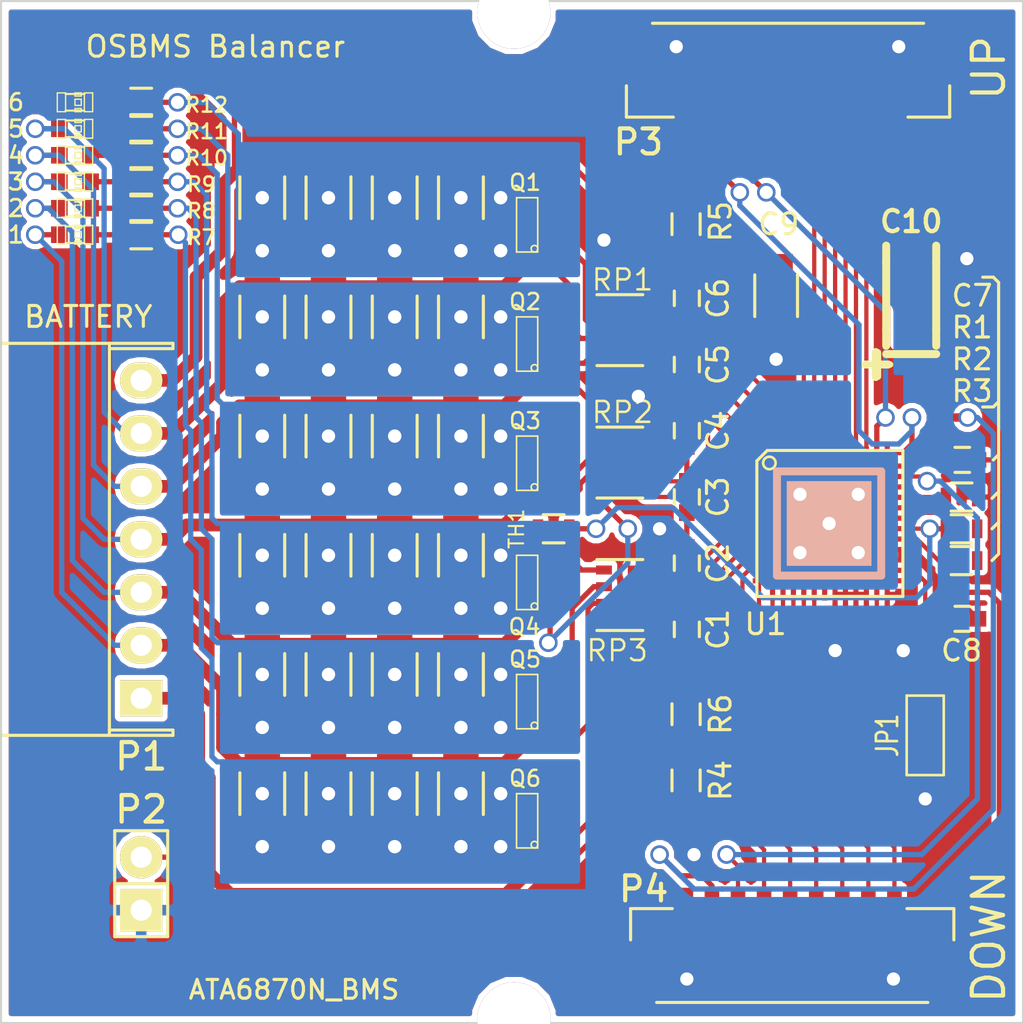
<source format=kicad_pcb>
(kicad_pcb (version 4) (host pcbnew "(2014-10-13 BZR 5186)-product")
  (title_block (title "BMS slave Prototype") (rev 1))
  (layers (0 F.Cu signal hide) (31 B.Cu signal hide) (34 B.Paste user) (35 F.Paste user) (36 B.SilkS user) (37 F.SilkS user) (38 B.Mask user) (39 F.Mask user) (44 Edge.Cuts user))
  (net 0 "")
  (net 1 +BATT)
  (net 2 GND)
  (net 3 +3.3V)
  (net 4 "Net-(D1-Pad1)")
  (net 5 "Net-(D1-Pad2)")
  (net 6 "Net-(D2-Pad1)")
  (net 7 "Net-(D2-Pad2)")
  (net 8 "Net-(D3-Pad1)")
  (net 9 "Net-(D3-Pad2)")
  (net 10 "Net-(D4-Pad1)")
  (net 11 "Net-(D4-Pad2)")
  (net 12 "Net-(D5-Pad1)")
  (net 13 "Net-(D5-Pad2)")
  (net 14 "Net-(D6-Pad1)")
  (net 15 "Net-(D6-Pad2)")
  (net 16 "Net-(JP1-Pad2)")
  (net 17 "Net-(P1-Pad1)")
  (net 18 "Net-(P2-Pad2)")
  (net 19 "Net-(P3-Pad1)")
  (net 20 "Net-(P3-Pad2)")
  (net 21 "Net-(P3-Pad3)")
  (net 22 "Net-(P3-Pad4)")
  (net 23 "Net-(P3-Pad5)")
  (net 24 "Net-(P3-Pad6)")
  (net 25 "Net-(P3-Pad7)")
  (net 26 "Net-(P3-Pad8)")
  (net 27 "Net-(P4-Pad4)")
  (net 28 "Net-(P4-Pad5)")
  (net 29 "Net-(P4-Pad6)")
  (net 30 "Net-(P4-Pad7)")
  (net 31 "Net-(P4-Pad8)")
  (net 32 "Net-(P4-Pad9)")
  (net 33 /DISCH6)
  (net 34 /DISCH5)
  (net 35 /DISCH4)
  (net 36 /DISCH3)
  (net 37 /DISCH2)
  (net 38 /DISCH1)
  (net 39 "Net-(Q1-Pad3)")
  (net 40 "Net-(Q2-Pad3)")
  (net 41 "Net-(Q3-Pad3)")
  (net 42 "Net-(Q4-Pad3)")
  (net 43 "Net-(Q5-Pad3)")
  (net 44 "Net-(Q6-Pad3)")
  (net 45 "Net-(P4-Pad3)")
  (net 46 "Net-(C1-Pad1)")
  (net 47 "Net-(C1-Pad2)")
  (net 48 "Net-(C2-Pad1)")
  (net 49 "Net-(C3-Pad1)")
  (net 50 "Net-(C4-Pad1)")
  (net 51 "Net-(C5-Pad1)")
  (net 52 "Net-(C6-Pad1)")
  (net 53 "Net-(C8-Pad1)")
  (net 54 "Net-(R1-Pad2)")
  (net 55 "Net-(R2-Pad1)")
  (net 56 "Net-(R2-Pad2)")
  (net 57 "Net-(Q1-Pad1)")
  (net 58 "Net-(Q2-Pad1)")
  (net 59 "Net-(Q3-Pad1)")
  (net 60 "Net-(Q4-Pad1)")
  (net 61 "Net-(Q5-Pad1)")
  (net 62 "Net-(Q6-Pad1)")
  (net 63 ThermalGnd)
  (module MasCustomParts:Connector_SMD_GH_SIDECONN_1X9_1.25MM_45515711ND (layer F.Cu) (at 203.835 151.765)
    (fp_text reference P4 (at -7.0216 -4.1888 180) (layer F.SilkS) (effects (font (size 1.2 1.2) (thickness 0.2))))
    (fp_text value CONN_01X09 hide)
    (pad 1 smd rect (at -5 -3.4) (size 0.7 1.7) (layers F.Cu F.Paste F.Mask) (net 2 GND))
    (pad "" smd rect (at -7.15 0) (size 1 2.8) (layers F.Cu F.Paste F.Mask))
    (pad 2 smd rect (at -3.75 -3.4) (size 0.7 1.7) (layers F.Cu F.Paste F.Mask) (net 3 +3.3V))
    (pad 3 smd rect (at -2.5 -3.4) (size 0.7 1.7) (layers F.Cu F.Paste F.Mask) (net 45 "Net-(P4-Pad3)"))
    (pad 4 smd rect (at -1.25 -3.4) (size 0.7 1.7) (layers F.Cu F.Paste F.Mask) (net 27 "Net-(P4-Pad4)"))
    (pad 5 smd rect (at 0 -3.4) (size 0.7 1.7) (layers F.Cu F.Paste F.Mask) (net 28 "Net-(P4-Pad5)"))
    (pad 6 smd rect (at 1.25 -3.4) (size 0.7 1.7) (layers F.Cu F.Paste F.Mask) (net 29 "Net-(P4-Pad6)"))
    (pad 7 smd rect (at 2.5 -3.4) (size 0.7 1.7) (layers F.Cu F.Paste F.Mask) (net 30 "Net-(P4-Pad7)"))
    (pad 8 smd rect (at 3.75 -3.4) (size 0.7 1.7) (layers F.Cu F.Paste F.Mask) (net 31 "Net-(P4-Pad8)"))
    (pad 9 smd rect (at 5 -3.4) (size 0.7 1.7) (layers F.Cu F.Paste F.Mask) (net 32 "Net-(P4-Pad9)"))
    (pad "" smd rect (at 7.35 0) (size 1 2.8) (layers F.Cu F.Paste F.Mask))
  )
  (module Capacitors_Tantalum_SMD:TantalC_SizeA_EIA-3216_Reflow (layer F.Cu) (at 209.6404 119.1282 90)
    (fp_text reference C10 (at 3.556 0 180) (layer F.SilkS) (effects (font (size 1.016 1.016) (thickness 0.2032))))
    (fp_text value "33uF PolC" hide)
    (fp_text user + (at -3.29946 -1.69926 90) (layer F.SilkS) (effects (font (thickness 0.3048))))
    (pad 2 smd rect (at 1.3589 0 90) (size 1.95072 1.50114) (layers F.Cu F.Paste F.Mask) (net 2 GND))
    (pad 1 smd rect (at -1.3589 0 90) (size 1.95072 1.50114) (layers F.Cu F.Paste F.Mask) (net 3 +3.3V))
  )
  (module Capacitors_SMD:C_0603 (layer F.Cu) (at 198.882 119.253 270)
    (fp_text reference C6 (at 0.0022 -1.4874 270) (layer F.SilkS))
    (fp_text value 100nF hide)
    (pad 1 smd rect (at -0.75 0 270) (size 0.8 0.75) (layers F.Cu F.Paste F.Mask) (net 52 "Net-(C6-Pad1)"))
    (pad 2 smd rect (at 0.75 0 270) (size 0.8 0.75) (layers F.Cu F.Paste F.Mask) (net 51 "Net-(C5-Pad1)"))
  )
  (module Capacitors_SMD:C_0603 (layer F.Cu) (at 198.882 122.428 270)
    (fp_text reference C5 (at 0.0022 -1.4874 270) (layer F.SilkS))
    (fp_text value 100nF hide)
    (pad 1 smd rect (at -0.75 0 270) (size 0.8 0.75) (layers F.Cu F.Paste F.Mask) (net 51 "Net-(C5-Pad1)"))
    (pad 2 smd rect (at 0.75 0 270) (size 0.8 0.75) (layers F.Cu F.Paste F.Mask) (net 50 "Net-(C4-Pad1)"))
  )
  (module Capacitors_SMD:C_0603 (layer F.Cu) (at 198.882 125.603 270)
    (fp_text reference C4 (at 0.0022 -1.4874 270) (layer F.SilkS))
    (fp_text value 100nF hide)
    (pad 1 smd rect (at -0.75 0 270) (size 0.8 0.75) (layers F.Cu F.Paste F.Mask) (net 50 "Net-(C4-Pad1)"))
    (pad 2 smd rect (at 0.75 0 270) (size 0.8 0.75) (layers F.Cu F.Paste F.Mask) (net 49 "Net-(C3-Pad1)"))
  )
  (module Capacitors_SMD:C_0603 (layer F.Cu) (at 198.882 128.778 270)
    (fp_text reference C3 (at 0.0022 -1.4874 270) (layer F.SilkS))
    (fp_text value 100nF hide)
    (pad 1 smd rect (at -0.75 0 270) (size 0.8 0.75) (layers F.Cu F.Paste F.Mask) (net 49 "Net-(C3-Pad1)"))
    (pad 2 smd rect (at 0.75 0 270) (size 0.8 0.75) (layers F.Cu F.Paste F.Mask) (net 48 "Net-(C2-Pad1)"))
  )
  (module Capacitors_SMD:C_0603 (layer F.Cu) (at 198.882 131.953 270)
    (fp_text reference C2 (at 0.0022 -1.4874 270) (layer F.SilkS))
    (fp_text value 100nF hide)
    (pad 1 smd rect (at -0.75 0 270) (size 0.8 0.75) (layers F.Cu F.Paste F.Mask) (net 48 "Net-(C2-Pad1)"))
    (pad 2 smd rect (at 0.75 0 270) (size 0.8 0.75) (layers F.Cu F.Paste F.Mask) (net 46 "Net-(C1-Pad1)"))
  )
  (module Capacitors_SMD:C_0603 (layer F.Cu) (at 198.882 135.128 270)
    (fp_text reference C1 (at 0.0022 -1.4874 270) (layer F.SilkS))
    (fp_text value 100nF hide)
    (pad 1 smd rect (at -0.75 0 270) (size 0.8 0.75) (layers F.Cu F.Paste F.Mask) (net 46 "Net-(C1-Pad1)"))
    (pad 2 smd rect (at 0.75 0 270) (size 0.8 0.75) (layers F.Cu F.Paste F.Mask) (net 47 "Net-(C1-Pad2)"))
  )
  (module Capacitors_SMD:C_0603 (layer F.Cu) (at 212.09 134.62)
    (fp_text reference C8 (at -0.0366 1.5262) (layer F.SilkS))
    (fp_text value 100nF hide)
    (pad 1 smd rect (at -0.75 0) (size 0.8 0.75) (layers F.Cu F.Paste F.Mask) (net 53 "Net-(C8-Pad1)"))
    (pad 2 smd rect (at 0.75 0) (size 0.8 0.75) (layers F.Cu F.Paste F.Mask) (net 2 GND))
  )
  (module Capacitors_SMD:C_0603 (layer F.Cu) (at 212.09 127)
    (fp_text reference C7 (at 0.4714 -7.8718) (layer F.SilkS))
    (fp_text value 100nF hide)
    (pad 1 smd rect (at -0.75 0) (size 0.8 0.75) (layers F.Cu F.Paste F.Mask) (net 3 +3.3V))
    (pad 2 smd rect (at 0.75 0) (size 0.8 0.75) (layers F.Cu F.Paste F.Mask) (net 2 GND))
  )
  (module LEDs:LED-0603 (layer F.Cu) (at 169.545 109.855)
    (fp_text reference D1 hide)
    (fp_text value LED hide)
    (pad 1 smd rect (at -0.7493 0) (size 0.79756 0.79756) (layers F.Cu F.Paste F.Mask) (net 4 "Net-(D1-Pad1)"))
    (pad 2 smd rect (at 0.7493 0) (size 0.79756 0.79756) (layers F.Cu F.Paste F.Mask) (net 5 "Net-(D1-Pad2)"))
  )
  (module LEDs:LED-0603 (layer F.Cu) (at 169.545 111.125)
    (fp_text reference D2 hide)
    (fp_text value LED hide)
    (pad 1 smd rect (at -0.7493 0) (size 0.79756 0.79756) (layers F.Cu F.Paste F.Mask) (net 6 "Net-(D2-Pad1)"))
    (pad 2 smd rect (at 0.7493 0) (size 0.79756 0.79756) (layers F.Cu F.Paste F.Mask) (net 7 "Net-(D2-Pad2)"))
  )
  (module LEDs:LED-0603 (layer F.Cu) (at 169.545 112.395)
    (fp_text reference D3 hide)
    (fp_text value LED hide)
    (pad 1 smd rect (at -0.7493 0) (size 0.79756 0.79756) (layers F.Cu F.Paste F.Mask) (net 8 "Net-(D3-Pad1)"))
    (pad 2 smd rect (at 0.7493 0) (size 0.79756 0.79756) (layers F.Cu F.Paste F.Mask) (net 9 "Net-(D3-Pad2)"))
  )
  (module LEDs:LED-0603 (layer F.Cu) (at 169.545 113.665)
    (fp_text reference D4 hide)
    (fp_text value LED hide)
    (pad 1 smd rect (at -0.7493 0) (size 0.79756 0.79756) (layers F.Cu F.Paste F.Mask) (net 10 "Net-(D4-Pad1)"))
    (pad 2 smd rect (at 0.7493 0) (size 0.79756 0.79756) (layers F.Cu F.Paste F.Mask) (net 11 "Net-(D4-Pad2)"))
  )
  (module LEDs:LED-0603 (layer F.Cu) (at 169.545 114.935)
    (fp_text reference D5 hide)
    (fp_text value LED hide)
    (pad 1 smd rect (at -0.7493 0) (size 0.79756 0.79756) (layers F.Cu F.Paste F.Mask) (net 12 "Net-(D5-Pad1)"))
    (pad 2 smd rect (at 0.7493 0) (size 0.79756 0.79756) (layers F.Cu F.Paste F.Mask) (net 13 "Net-(D5-Pad2)"))
  )
  (module LEDs:LED-0603 (layer F.Cu) (at 169.545 116.205)
    (fp_text reference D6 hide)
    (fp_text value LED hide)
    (pad 1 smd rect (at -0.7493 0) (size 0.79756 0.79756) (layers F.Cu F.Paste F.Mask) (net 14 "Net-(D6-Pad1)"))
    (pad 2 smd rect (at 0.7493 0) (size 0.79756 0.79756) (layers F.Cu F.Paste F.Mask) (net 15 "Net-(D6-Pad2)"))
  )
  (module Connect:GS3 (layer F.Cu) (at 210.312 140.208)
    (fp_text reference JP1 (at -1.8146 0.0022 90) (layer F.SilkS) (effects (font (size 1.016 0.762) (thickness 0.127))))
    (fp_text value JUMPER3 hide)
    (pad 1 smd rect (at 0 -1.27) (size 1.27 0.9652) (layers F.Cu F.Paste F.Mask) (net 53 "Net-(C8-Pad1)"))
    (pad 2 smd rect (at 0 0) (size 1.27 0.9652) (layers F.Cu F.Paste F.Mask) (net 16 "Net-(JP1-Pad2)"))
    (pad 3 smd rect (at 0 1.27) (size 1.27 0.9652) (layers F.Cu F.Paste F.Mask) (net 2 GND))
  )
  (module Resistors_SMD:R_0603 (layer F.Cu) (at 172.72 109.855 180)
    (fp_text reference R12 (at -3.1384 -0.1292 180) (layer F.SilkS) (effects (font (size 0.7 0.7) (thickness 0.12))))
    (fp_text value 100Ω hide)
    (pad 1 smd rect (at -0.75 0 180) (size 0.5 0.9) (layers F.Cu F.Paste F.Mask) (net 39 "Net-(Q1-Pad3)"))
    (pad 2 smd rect (at 0.75 0 180) (size 0.5 0.9) (layers F.Cu F.Paste F.Mask) (net 5 "Net-(D1-Pad2)"))
  )
  (module Resistors_SMD:R_0603 (layer F.Cu) (at 172.72 111.125 180)
    (fp_text reference R11 (at -3.1384 -0.1292 180) (layer F.SilkS) (effects (font (size 0.7 0.7) (thickness 0.12))))
    (fp_text value 100Ω hide)
    (pad 1 smd rect (at -0.75 0 180) (size 0.5 0.9) (layers F.Cu F.Paste F.Mask) (net 40 "Net-(Q2-Pad3)"))
    (pad 2 smd rect (at 0.75 0 180) (size 0.5 0.9) (layers F.Cu F.Paste F.Mask) (net 7 "Net-(D2-Pad2)"))
  )
  (module Resistors_SMD:R_0603 (layer F.Cu) (at 172.72 112.395 180)
    (fp_text reference R10 (at -3.1384 -0.1292 180) (layer F.SilkS) (effects (font (size 0.7 0.7) (thickness 0.12))))
    (fp_text value 100Ω hide)
    (pad 1 smd rect (at -0.75 0 180) (size 0.5 0.9) (layers F.Cu F.Paste F.Mask) (net 41 "Net-(Q3-Pad3)"))
    (pad 2 smd rect (at 0.75 0 180) (size 0.5 0.9) (layers F.Cu F.Paste F.Mask) (net 9 "Net-(D3-Pad2)"))
  )
  (module Resistors_SMD:R_0603 (layer F.Cu) (at 172.72 113.665 180)
    (fp_text reference R9 (at -2.8844 -0.1292 180) (layer F.SilkS) (effects (font (size 0.7 0.7) (thickness 0.12))))
    (fp_text value 100Ω hide)
    (pad 1 smd rect (at -0.75 0 180) (size 0.5 0.9) (layers F.Cu F.Paste F.Mask) (net 42 "Net-(Q4-Pad3)"))
    (pad 2 smd rect (at 0.75 0 180) (size 0.5 0.9) (layers F.Cu F.Paste F.Mask) (net 11 "Net-(D4-Pad2)"))
  )
  (module Resistors_SMD:R_0603 (layer F.Cu) (at 172.72 114.935 180)
    (fp_text reference R8 (at -2.8844 -0.1292 180) (layer F.SilkS) (effects (font (size 0.7 0.7) (thickness 0.12))))
    (fp_text value 100Ω hide)
    (pad 1 smd rect (at -0.75 0 180) (size 0.5 0.9) (layers F.Cu F.Paste F.Mask) (net 43 "Net-(Q5-Pad3)"))
    (pad 2 smd rect (at 0.75 0 180) (size 0.5 0.9) (layers F.Cu F.Paste F.Mask) (net 13 "Net-(D5-Pad2)"))
  )
  (module Resistors_SMD:R_0603 (layer F.Cu) (at 172.72 116.205 180)
    (fp_text reference R7 (at -2.8844 -0.1292 180) (layer F.SilkS) (effects (font (size 0.7 0.7) (thickness 0.12))))
    (fp_text value 100Ω hide)
    (pad 1 smd rect (at -0.75 0 180) (size 0.5 0.9) (layers F.Cu F.Paste F.Mask) (net 44 "Net-(Q6-Pad3)"))
    (pad 2 smd rect (at 0.75 0 180) (size 0.5 0.9) (layers F.Cu F.Paste F.Mask) (net 15 "Net-(D6-Pad2)"))
  )
  (module Resistors_SMD:R_0603 (layer F.Cu) (at 192.4954 130.3042 180)
    (fp_text reference TH1 (at 1.778 0 270) (layer F.SilkS) (effects (font (size 0.7 0.7) (thickness 0.1))))
    (fp_text value THERMISTOR hide)
    (pad 1 smd rect (at -0.75 0 180) (size 0.5 0.9) (layers F.Cu F.Paste F.Mask) (net 56 "Net-(R2-Pad2)"))
    (pad 2 smd rect (at 0.75 0 180) (size 0.5 0.9) (layers F.Cu F.Paste F.Mask) (net 2 GND))
  )
  (module SMD_Packages:QFN-48-1EP (layer F.Cu) (at 205.74 130.048)
    (fp_text reference U1 (at -3.0846 4.8282) (layer F.SilkS))
    (fp_text value ATA6870N_BMS (at -25.6906 22.3542) (layer F.SilkS) (effects (font (size 0.9 0.9))))
    (pad 1 smd rect (at -3.39852 -2.74828) (size 0.59944 0.24892) (layers F.Cu F.Paste F.Mask) (net 34 /DISCH5))
    (pad 2 smd rect (at -3.39852 -2.2479) (size 0.59944 0.24892) (layers F.Cu F.Paste F.Mask) (net 50 "Net-(C4-Pad1)"))
    (pad 3 smd rect (at -3.39852 -1.74752) (size 0.59944 0.24892) (layers F.Cu F.Paste F.Mask) (net 35 /DISCH4))
    (pad 4 smd rect (at -3.39852 -1.24714) (size 0.59944 0.24892) (layers F.Cu F.Paste F.Mask) (net 49 "Net-(C3-Pad1)"))
    (pad 5 smd rect (at -3.39852 -0.7493) (size 0.59944 0.24892) (layers F.Cu F.Paste F.Mask) (net 36 /DISCH3))
    (pad 6 smd rect (at -3.39852 -0.24892) (size 0.59944 0.24892) (layers F.Cu F.Paste F.Mask) (net 48 "Net-(C2-Pad1)"))
    (pad 7 smd rect (at -3.39852 0.25146) (size 0.59944 0.24892) (layers F.Cu F.Paste F.Mask) (net 37 /DISCH2))
    (pad 8 smd rect (at -3.39852 0.75184) (size 0.59944 0.24892) (layers F.Cu F.Paste F.Mask) (net 46 "Net-(C1-Pad1)"))
    (pad 9 smd rect (at -3.39852 1.25222) (size 0.59944 0.24892) (layers F.Cu F.Paste F.Mask) (net 38 /DISCH1))
    (pad 10 smd rect (at -3.39852 1.7526) (size 0.59944 0.24892) (layers F.Cu F.Paste F.Mask) (net 47 "Net-(C1-Pad2)"))
    (pad 11 smd rect (at -3.39852 2.25298) (size 0.59944 0.24892) (layers F.Cu F.Paste F.Mask) (net 27 "Net-(P4-Pad4)"))
    (pad 12 smd rect (at -3.39852 2.75082) (size 0.59944 0.24892) (layers F.Cu F.Paste F.Mask) (net 28 "Net-(P4-Pad5)"))
    (pad 33 smd rect (at 3.39852 -1.25222) (size 0.59944 0.24892) (layers F.Cu F.Paste F.Mask))
    (pad 34 smd rect (at 3.39852 -1.75006) (size 0.59944 0.24892) (layers F.Cu F.Paste F.Mask) (net 53 "Net-(C8-Pad1)"))
    (pad 35 smd rect (at 3.39852 -2.25044) (size 0.59944 0.24892) (layers F.Cu F.Paste F.Mask) (net 45 "Net-(P4-Pad3)"))
    (pad 36 smd rect (at 3.39852 -2.75082) (size 0.59944 0.24892) (layers F.Cu F.Paste F.Mask) (net 3 +3.3V))
    (pad 17 smd rect (at -0.7493 3.40106) (size 0.24892 0.59944) (layers F.Cu F.Paste F.Mask) (net 16 "Net-(JP1-Pad2)"))
    (pad 18 smd rect (at -0.25 3.4) (size 0.24892 0.59944) (layers F.Cu F.Paste F.Mask))
    (pad 19 smd rect (at 0.24892 3.40106) (size 0.24892 0.59944) (layers F.Cu F.Paste F.Mask) (net 2 GND))
    (pad 20 smd rect (at 0.7493 3.40106) (size 0.24892 0.59944) (layers F.Cu F.Paste F.Mask) (net 2 GND))
    (pad 21 smd rect (at 1.24968 3.40106) (size 0.24892 0.59944) (layers F.Cu F.Paste F.Mask) (net 2 GND))
    (pad 22 smd rect (at 1.75006 3.40106) (size 0.24892 0.59944) (layers F.Cu F.Paste F.Mask) (net 2 GND))
    (pad 23 smd rect (at 2.25044 3.40106) (size 0.24892 0.59944) (layers F.Cu F.Paste F.Mask) (net 53 "Net-(C8-Pad1)"))
    (pad 24 smd rect (at 2.75082 3.40106) (size 0.24892 0.59944) (layers F.Cu F.Paste F.Mask) (net 2 GND))
    (pad 13 smd rect (at -2.74828 3.40106) (size 0.24892 0.59944) (layers F.Cu F.Paste F.Mask) (net 29 "Net-(P4-Pad6)"))
    (pad 14 smd rect (at -2.2479 3.40106) (size 0.24892 0.59944) (layers F.Cu F.Paste F.Mask) (net 30 "Net-(P4-Pad7)"))
    (pad 15 smd rect (at -1.74752 3.40106) (size 0.24892 0.59944) (layers F.Cu F.Paste F.Mask) (net 31 "Net-(P4-Pad8)"))
    (pad 16 smd rect (at -1.24968 3.40106) (size 0.24892 0.59944) (layers F.Cu F.Paste F.Mask) (net 32 "Net-(P4-Pad9)"))
    (pad 25 smd rect (at 3.39852 2.74828) (size 0.59944 0.24892) (layers F.Cu F.Paste F.Mask))
    (pad 26 smd rect (at 3.40106 2.2479) (size 0.59944 0.24892) (layers F.Cu F.Paste F.Mask) (net 53 "Net-(C8-Pad1)"))
    (pad 27 smd rect (at 3.40106 1.75006) (size 0.59944 0.24892) (layers F.Cu F.Paste F.Mask) (net 2 GND))
    (pad 28 smd rect (at 3.40106 1.24968) (size 0.59944 0.24892) (layers F.Cu F.Paste F.Mask) (net 2 GND))
    (pad 29 smd rect (at 3.40106 0.7493) (size 0.59944 0.24892) (layers F.Cu F.Paste F.Mask) (net 18 "Net-(P2-Pad2)"))
    (pad 30 smd rect (at 3.40106 0.24892) (size 0.59944 0.24892) (layers F.Cu F.Paste F.Mask) (net 56 "Net-(R2-Pad2)"))
    (pad 31 smd rect (at 3.40106 -0.25146) (size 0.59944 0.24892) (layers F.Cu F.Paste F.Mask) (net 55 "Net-(R2-Pad1)"))
    (pad 32 smd rect (at 3.40106 -0.75184) (size 0.59944 0.24892) (layers F.Cu F.Paste F.Mask) (net 54 "Net-(R1-Pad2)"))
    (pad 37 smd rect (at 2.75082 -3.39852) (size 0.24892 0.59944) (layers F.Cu F.Paste F.Mask) (net 26 "Net-(P3-Pad8)"))
    (pad 38 smd rect (at 2.25044 -3.39852) (size 0.24892 0.59944) (layers F.Cu F.Paste F.Mask) (net 25 "Net-(P3-Pad7)"))
    (pad 39 smd rect (at 1.75006 -3.39852) (size 0.24892 0.59944) (layers F.Cu F.Paste F.Mask) (net 19 "Net-(P3-Pad1)"))
    (pad 40 smd rect (at 1.25222 -3.39852) (size 0.24892 0.59944) (layers F.Cu F.Paste F.Mask) (net 20 "Net-(P3-Pad2)"))
    (pad 41 smd rect (at 0.75184 -3.39852) (size 0.24892 0.59944) (layers F.Cu F.Paste F.Mask) (net 21 "Net-(P3-Pad3)"))
    (pad 42 smd rect (at 0.25146 -3.39852) (size 0.24892 0.59944) (layers F.Cu F.Paste F.Mask) (net 22 "Net-(P3-Pad4)"))
    (pad 43 smd rect (at -0.24892 -3.39852) (size 0.24892 0.59944) (layers F.Cu F.Paste F.Mask) (net 23 "Net-(P3-Pad5)"))
    (pad 44 smd rect (at -0.7493 -3.39852) (size 0.24892 0.59944) (layers F.Cu F.Paste F.Mask) (net 24 "Net-(P3-Pad6)"))
    (pad 45 smd rect (at -1.24968 -3.39852) (size 0.24892 0.59944) (layers F.Cu F.Paste F.Mask) (net 1 +BATT))
    (pad 46 smd rect (at -1.75006 -3.39852) (size 0.24892 0.59944) (layers F.Cu F.Paste F.Mask) (net 52 "Net-(C6-Pad1)"))
    (pad 47 smd rect (at -2.2479 -3.39852) (size 0.24892 0.59944) (layers F.Cu F.Paste F.Mask) (net 33 /DISCH6))
    (pad 48 smd rect (at -2.74828 -3.39852) (size 0.24892 0.59944) (layers F.Cu F.Paste F.Mask) (net 51 "Net-(C5-Pad1)"))
    (pad 49 smd rect (at 0 0 270) (size 5.15 5.15) (layers F.Cu F.Paste F.Mask))
  )
  (module MasCustomParts:Connector_SMD_GH_SIDECONN_1X9_1.25MM_45515711ND (layer F.Cu) (at 203.835 107.315 180)
    (fp_text reference P3 (at 7.2756 -4.4472 180) (layer F.SilkS) (effects (font (size 1.2 1.2) (thickness 0.2))))
    (fp_text value CONN_01X09 hide)
    (pad 1 smd rect (at -5 -3.4 180) (size 0.7 1.7) (layers F.Cu F.Paste F.Mask) (net 19 "Net-(P3-Pad1)"))
    (pad "" smd rect (at -7.15 0 180) (size 1 2.8) (layers F.Cu F.Paste F.Mask))
    (pad 2 smd rect (at -3.75 -3.4 180) (size 0.7 1.7) (layers F.Cu F.Paste F.Mask) (net 20 "Net-(P3-Pad2)"))
    (pad 3 smd rect (at -2.5 -3.4 180) (size 0.7 1.7) (layers F.Cu F.Paste F.Mask) (net 21 "Net-(P3-Pad3)"))
    (pad 4 smd rect (at -1.25 -3.4 180) (size 0.7 1.7) (layers F.Cu F.Paste F.Mask) (net 22 "Net-(P3-Pad4)"))
    (pad 5 smd rect (at 0 -3.4 180) (size 0.7 1.7) (layers F.Cu F.Paste F.Mask) (net 23 "Net-(P3-Pad5)"))
    (pad 6 smd rect (at 1.25 -3.4 180) (size 0.7 1.7) (layers F.Cu F.Paste F.Mask) (net 24 "Net-(P3-Pad6)"))
    (pad 7 smd rect (at 2.5 -3.4 180) (size 0.7 1.7) (layers F.Cu F.Paste F.Mask) (net 25 "Net-(P3-Pad7)"))
    (pad 8 smd rect (at 3.75 -3.4 180) (size 0.7 1.7) (layers F.Cu F.Paste F.Mask) (net 26 "Net-(P3-Pad8)"))
    (pad 9 smd rect (at 5 -3.4 180) (size 0.7 1.7) (layers F.Cu F.Paste F.Mask) (net 1 +BATT))
    (pad "" smd rect (at 7.35 0 180) (size 1 2.8) (layers F.Cu F.Paste F.Mask))
  )
  (module Capacitors_SMD:C_1206 (layer F.Cu) (at 203.1634 119.1282 270)
    (fp_text reference C9 (at -3.429 -0.127 360) (layer F.SilkS))
    (fp_text value "10uF PolC" hide)
    (pad 1 smd rect (at -1.5 0 270) (size 1 1.6) (layers F.Cu F.Paste F.Mask) (net 1 +BATT))
    (pad 2 smd rect (at 1.5 0 270) (size 1 1.6) (layers F.Cu F.Paste F.Mask) (net 2 GND))
  )
  (module Resistors_SMD:R_0603 (layer F.Cu) (at 212.0534 128.7802 180)
    (fp_text reference R1 (at -0.508 8.128 180) (layer F.SilkS))
    (fp_text value 121KΩ hide)
    (pad 1 smd rect (at -0.75 0 180) (size 0.5 0.9) (layers F.Cu F.Paste F.Mask) (net 2 GND))
    (pad 2 smd rect (at 0.75 0 180) (size 0.5 0.9) (layers F.Cu F.Paste F.Mask) (net 54 "Net-(R1-Pad2)"))
  )
  (module Resistors_SMD:R_0603 (layer F.Cu) (at 212.0534 130.3042 180)
    (fp_text reference R2 (at -0.508 8.128 180) (layer F.SilkS))
    (fp_text value 10KΩ hide)
    (pad 1 smd rect (at -0.75 0 180) (size 0.5 0.9) (layers F.Cu F.Paste F.Mask) (net 55 "Net-(R2-Pad1)"))
    (pad 2 smd rect (at 0.75 0 180) (size 0.5 0.9) (layers F.Cu F.Paste F.Mask) (net 56 "Net-(R2-Pad2)"))
  )
  (module Resistors_SMD:R_0603 (layer F.Cu) (at 212.0534 131.8282 180)
    (fp_text reference R3 (at -0.508 8.128 180) (layer F.SilkS))
    (fp_text value 10KΩ hide)
    (pad 1 smd rect (at -0.75 0 180) (size 0.5 0.9) (layers F.Cu F.Paste F.Mask) (net 55 "Net-(R2-Pad1)"))
    (pad 2 smd rect (at 0.75 0 180) (size 0.5 0.9) (layers F.Cu F.Paste F.Mask) (net 18 "Net-(P2-Pad2)"))
  )
  (module Resistors_SMD:R_0603 (layer F.Cu) (at 198.8454 142.3692 90)
    (fp_text reference R4 (at 0 1.651 90) (layer F.SilkS))
    (fp_text value 10Ω hide)
    (pad 1 smd rect (at -0.75 0 90) (size 0.5 0.9) (layers F.Cu F.Paste F.Mask) (net 2 GND))
    (pad 2 smd rect (at 0.75 0 90) (size 0.5 0.9) (layers F.Cu F.Paste F.Mask) (net 17 "Net-(P1-Pad1)"))
  )
  (module Resistors_SMD:R_0603 (layer F.Cu) (at 198.8454 115.6992 270)
    (fp_text reference R5 (at -0.127 -1.651 270) (layer F.SilkS))
    (fp_text value 10Ω hide)
    (pad 1 smd rect (at -0.75 0 270) (size 0.5 0.9) (layers F.Cu F.Paste F.Mask) (net 1 +BATT))
    (pad 2 smd rect (at 0.75 0 270) (size 0.5 0.9) (layers F.Cu F.Paste F.Mask) (net 4 "Net-(D1-Pad1)"))
  )
  (module Resistors_SMD:R_1206 (layer F.Cu) (at 181.7004 114.4292 270)
    (fp_text reference R20)
    (fp_text value 82.5Ω hide)
    (pad 1 smd rect (at -1.45 0 270) (size 0.9 1.7) (layers F.Cu F.Paste F.Mask) (net 4 "Net-(D1-Pad1)"))
    (pad 2 smd rect (at 1.45 0 270) (size 0.9 1.7) (layers F.Cu F.Paste F.Mask) (net 39 "Net-(Q1-Pad3)"))
  )
  (module Resistors_SMD:R_1206 (layer F.Cu) (at 178.5254 114.4292 270)
    (fp_text reference R21)
    (fp_text value 82.5Ω hide)
    (pad 1 smd rect (at -1.45 0 270) (size 0.9 1.7) (layers F.Cu F.Paste F.Mask) (net 4 "Net-(D1-Pad1)"))
    (pad 2 smd rect (at 1.45 0 270) (size 0.9 1.7) (layers F.Cu F.Paste F.Mask) (net 39 "Net-(Q1-Pad3)"))
  )
  (module Resistors_SMD:R_1206 (layer F.Cu) (at 181.7004 120.1442 270)
    (fp_text reference R25)
    (fp_text value 82.5Ω hide)
    (pad 1 smd rect (at -1.45 0 270) (size 0.9 1.7) (layers F.Cu F.Paste F.Mask) (net 6 "Net-(D2-Pad1)"))
    (pad 2 smd rect (at 1.45 0 270) (size 0.9 1.7) (layers F.Cu F.Paste F.Mask) (net 40 "Net-(Q2-Pad3)"))
  )
  (module Resistors_SMD:R_1206 (layer F.Cu) (at 184.8754 120.1442 270)
    (fp_text reference R26)
    (fp_text value 82.5Ω hide)
    (pad 1 smd rect (at -1.45 0 270) (size 0.9 1.7) (layers F.Cu F.Paste F.Mask) (net 6 "Net-(D2-Pad1)"))
    (pad 2 smd rect (at 1.45 0 270) (size 0.9 1.7) (layers F.Cu F.Paste F.Mask) (net 40 "Net-(Q2-Pad3)"))
  )
  (module Resistors_SMD:R_1206 (layer F.Cu) (at 188.0504 120.1442 270)
    (fp_text reference R27)
    (fp_text value 82.5Ω hide)
    (pad 1 smd rect (at -1.45 0 270) (size 0.9 1.7) (layers F.Cu F.Paste F.Mask) (net 6 "Net-(D2-Pad1)"))
    (pad 2 smd rect (at 1.45 0 270) (size 0.9 1.7) (layers F.Cu F.Paste F.Mask) (net 40 "Net-(Q2-Pad3)"))
  )
  (module Resistors_SMD:R_1206 (layer F.Cu) (at 184.8754 125.8592 270)
    (fp_text reference R28)
    (fp_text value 82.5Ω hide)
    (pad 1 smd rect (at -1.45 0 270) (size 0.9 1.7) (layers F.Cu F.Paste F.Mask) (net 8 "Net-(D3-Pad1)"))
    (pad 2 smd rect (at 1.45 0 270) (size 0.9 1.7) (layers F.Cu F.Paste F.Mask) (net 41 "Net-(Q3-Pad3)"))
  )
  (module Resistors_SMD:R_1206 (layer F.Cu) (at 188.0504 125.8592 270)
    (fp_text reference R29)
    (fp_text value 82.5Ω hide)
    (pad 1 smd rect (at -1.45 0 270) (size 0.9 1.7) (layers F.Cu F.Paste F.Mask) (net 8 "Net-(D3-Pad1)"))
    (pad 2 smd rect (at 1.45 0 270) (size 0.9 1.7) (layers F.Cu F.Paste F.Mask) (net 41 "Net-(Q3-Pad3)"))
  )
  (module Resistors_SMD:R_1206 (layer F.Cu) (at 181.7004 125.8592 270)
    (fp_text reference R30)
    (fp_text value 82.5Ω hide)
    (pad 1 smd rect (at -1.45 0 270) (size 0.9 1.7) (layers F.Cu F.Paste F.Mask) (net 8 "Net-(D3-Pad1)"))
    (pad 2 smd rect (at 1.45 0 270) (size 0.9 1.7) (layers F.Cu F.Paste F.Mask) (net 41 "Net-(Q3-Pad3)"))
  )
  (module Resistors_SMD:R_1206 (layer F.Cu) (at 178.5254 125.8592 270)
    (fp_text reference R31)
    (fp_text value 82.5Ω hide)
    (pad 1 smd rect (at -1.45 0 270) (size 0.9 1.7) (layers F.Cu F.Paste F.Mask) (net 8 "Net-(D3-Pad1)"))
    (pad 2 smd rect (at 1.45 0 270) (size 0.9 1.7) (layers F.Cu F.Paste F.Mask) (net 41 "Net-(Q3-Pad3)"))
  )
  (module Resistors_SMD:R_1206 (layer F.Cu) (at 188.0504 131.5742 270)
    (fp_text reference R32)
    (fp_text value 82.5Ω hide)
    (pad 1 smd rect (at -1.45 0 270) (size 0.9 1.7) (layers F.Cu F.Paste F.Mask) (net 10 "Net-(D4-Pad1)"))
    (pad 2 smd rect (at 1.45 0 270) (size 0.9 1.7) (layers F.Cu F.Paste F.Mask) (net 42 "Net-(Q4-Pad3)"))
  )
  (module Resistors_SMD:R_1206 (layer F.Cu) (at 184.8754 131.5742 270)
    (fp_text reference R33)
    (fp_text value 82.5Ω hide)
    (pad 1 smd rect (at -1.45 0 270) (size 0.9 1.7) (layers F.Cu F.Paste F.Mask) (net 10 "Net-(D4-Pad1)"))
    (pad 2 smd rect (at 1.45 0 270) (size 0.9 1.7) (layers F.Cu F.Paste F.Mask) (net 42 "Net-(Q4-Pad3)"))
  )
  (module Resistors_SMD:R_1206 (layer F.Cu) (at 181.7004 131.5742 270)
    (fp_text reference R34)
    (fp_text value 82.5Ω hide)
    (pad 1 smd rect (at -1.45 0 270) (size 0.9 1.7) (layers F.Cu F.Paste F.Mask) (net 10 "Net-(D4-Pad1)"))
    (pad 2 smd rect (at 1.45 0 270) (size 0.9 1.7) (layers F.Cu F.Paste F.Mask) (net 42 "Net-(Q4-Pad3)"))
  )
  (module Resistors_SMD:R_1206 (layer F.Cu) (at 188.0504 137.2892 270)
    (fp_text reference R35)
    (fp_text value 82.5Ω hide)
    (pad 1 smd rect (at -1.45 0 270) (size 0.9 1.7) (layers F.Cu F.Paste F.Mask) (net 12 "Net-(D5-Pad1)"))
    (pad 2 smd rect (at 1.45 0 270) (size 0.9 1.7) (layers F.Cu F.Paste F.Mask) (net 43 "Net-(Q5-Pad3)"))
  )
  (module Resistors_SMD:R_1206 (layer F.Cu) (at 178.5254 137.2892 270)
    (fp_text reference R36)
    (fp_text value 82.5Ω hide)
    (pad 1 smd rect (at -1.45 0 270) (size 0.9 1.7) (layers F.Cu F.Paste F.Mask) (net 12 "Net-(D5-Pad1)"))
    (pad 2 smd rect (at 1.45 0 270) (size 0.9 1.7) (layers F.Cu F.Paste F.Mask) (net 43 "Net-(Q5-Pad3)"))
  )
  (module Resistors_SMD:R_1206 (layer F.Cu) (at 181.7004 137.2892 270)
    (fp_text reference R37)
    (fp_text value 82.5Ω hide)
    (pad 1 smd rect (at -1.45 0 270) (size 0.9 1.7) (layers F.Cu F.Paste F.Mask) (net 12 "Net-(D5-Pad1)"))
    (pad 2 smd rect (at 1.45 0 270) (size 0.9 1.7) (layers F.Cu F.Paste F.Mask) (net 43 "Net-(Q5-Pad3)"))
  )
  (module Resistors_SMD:R_1206 (layer F.Cu) (at 184.8754 137.2892 270)
    (fp_text reference R38)
    (fp_text value 82.5Ω hide)
    (pad 1 smd rect (at -1.45 0 270) (size 0.9 1.7) (layers F.Cu F.Paste F.Mask) (net 12 "Net-(D5-Pad1)"))
    (pad 2 smd rect (at 1.45 0 270) (size 0.9 1.7) (layers F.Cu F.Paste F.Mask) (net 43 "Net-(Q5-Pad3)"))
  )
  (module Resistors_SMD:R_1206 (layer F.Cu) (at 184.8754 143.0042 270)
    (fp_text reference R39)
    (fp_text value 82.5Ω hide)
    (pad 1 smd rect (at -1.45 0 270) (size 0.9 1.7) (layers F.Cu F.Paste F.Mask) (net 14 "Net-(D6-Pad1)"))
    (pad 2 smd rect (at 1.45 0 270) (size 0.9 1.7) (layers F.Cu F.Paste F.Mask) (net 44 "Net-(Q6-Pad3)"))
  )
  (module Resistors_SMD:R_1206 (layer F.Cu) (at 188.0504 143.0042 270)
    (fp_text reference R40)
    (fp_text value 82.5Ω hide)
    (pad 1 smd rect (at -1.45 0 270) (size 0.9 1.7) (layers F.Cu F.Paste F.Mask) (net 14 "Net-(D6-Pad1)"))
    (pad 2 smd rect (at 1.45 0 270) (size 0.9 1.7) (layers F.Cu F.Paste F.Mask) (net 44 "Net-(Q6-Pad3)"))
  )
  (module Resistors_SMD:R_1206 (layer F.Cu) (at 181.7004 143.0042 270)
    (fp_text reference R41)
    (fp_text value 82.5Ω hide)
    (pad 1 smd rect (at -1.45 0 270) (size 0.9 1.7) (layers F.Cu F.Paste F.Mask) (net 14 "Net-(D6-Pad1)"))
    (pad 2 smd rect (at 1.45 0 270) (size 0.9 1.7) (layers F.Cu F.Paste F.Mask) (net 44 "Net-(Q6-Pad3)"))
  )
  (module Resistors_SMD:R_1206 (layer F.Cu) (at 178.5254 143.0042 270)
    (fp_text reference R42)
    (fp_text value 82.5Ω hide)
    (pad 1 smd rect (at -1.45 0 270) (size 0.9 1.7) (layers F.Cu F.Paste F.Mask) (net 14 "Net-(D6-Pad1)"))
    (pad 2 smd rect (at 1.45 0 270) (size 0.9 1.7) (layers F.Cu F.Paste F.Mask) (net 44 "Net-(Q6-Pad3)"))
  )
  (module Resistors_SMD:R_1206 (layer F.Cu) (at 188.0504 114.4292 270)
    (fp_text reference R22)
    (fp_text value 82.5Ω hide)
    (pad 1 smd rect (at -1.45 0 270) (size 0.9 1.7) (layers F.Cu F.Paste F.Mask) (net 4 "Net-(D1-Pad1)"))
    (pad 2 smd rect (at 1.45 0 270) (size 0.9 1.7) (layers F.Cu F.Paste F.Mask) (net 39 "Net-(Q1-Pad3)"))
  )
  (module Resistors_SMD:R_1206 (layer F.Cu) (at 184.8754 114.4292 270)
    (fp_text reference R23)
    (fp_text value 82.5Ω hide)
    (pad 1 smd rect (at -1.45 0 270) (size 0.9 1.7) (layers F.Cu F.Paste F.Mask) (net 4 "Net-(D1-Pad1)"))
    (pad 2 smd rect (at 1.45 0 270) (size 0.9 1.7) (layers F.Cu F.Paste F.Mask) (net 39 "Net-(Q1-Pad3)"))
  )
  (module Resistors_SMD:R_1206 (layer F.Cu) (at 178.5254 120.1442 270)
    (fp_text reference R24)
    (fp_text value 82.5Ω hide)
    (pad 1 smd rect (at -1.45 0 270) (size 0.9 1.7) (layers F.Cu F.Paste F.Mask) (net 6 "Net-(D2-Pad1)"))
    (pad 2 smd rect (at 1.45 0 270) (size 0.9 1.7) (layers F.Cu F.Paste F.Mask) (net 40 "Net-(Q2-Pad3)"))
  )
  (module Resistors_SMD:R_Cat16-4 (layer F.Cu) (at 195.6704 120.7792 180)
    (fp_text reference RP1 (at -0.127 2.413 180) (layer F.SilkS) (effects (font (thickness 0.12))))
    (fp_text value 1K_PACK hide)
    (pad 2 smd rect (at 0.762 0.39878 180) (size 0.762 0.4318) (layers F.Cu F.Paste F.Mask) (net 57 "Net-(Q1-Pad1)"))
    (pad 7 smd rect (at -0.762 0.39878 180) (size 0.762 0.4318) (layers F.Cu F.Paste F.Mask) (net 33 /DISCH6))
    (pad 3 smd rect (at 0.762 -0.39878 180) (size 0.762 0.4318) (layers F.Cu F.Paste F.Mask) (net 6 "Net-(D2-Pad1)"))
    (pad 6 smd rect (at -0.762 -0.39878 180) (size 0.762 0.4318) (layers F.Cu F.Paste F.Mask) (net 51 "Net-(C5-Pad1)"))
    (pad 1 smd rect (at 0.762 1.19888 180) (size 0.762 0.4318) (layers F.Cu F.Paste F.Mask) (net 4 "Net-(D1-Pad1)"))
    (pad 4 smd rect (at 0.762 -1.19888 180) (size 0.762 0.4318) (layers F.Cu F.Paste F.Mask) (net 58 "Net-(Q2-Pad1)"))
    (pad 5 smd rect (at -0.762 -1.19888 180) (size 0.762 0.4318) (layers F.Cu F.Paste F.Mask) (net 34 /DISCH5))
    (pad 8 smd rect (at -0.762 1.19888 180) (size 0.762 0.4318) (layers F.Cu F.Paste F.Mask) (net 52 "Net-(C6-Pad1)"))
  )
  (module Resistors_SMD:R_Cat16-4 (layer F.Cu) (at 195.6704 127.1292 180)
    (fp_text reference RP2 (at -0.127 2.413 180) (layer F.SilkS) (effects (font (thickness 0.12))))
    (fp_text value 1K_PACK hide)
    (pad 2 smd rect (at 0.762 0.39878 180) (size 0.762 0.4318) (layers F.Cu F.Paste F.Mask) (net 59 "Net-(Q3-Pad1)"))
    (pad 7 smd rect (at -0.762 0.39878 180) (size 0.762 0.4318) (layers F.Cu F.Paste F.Mask) (net 35 /DISCH4))
    (pad 3 smd rect (at 0.762 -0.39878 180) (size 0.762 0.4318) (layers F.Cu F.Paste F.Mask) (net 10 "Net-(D4-Pad1)"))
    (pad 6 smd rect (at -0.762 -0.39878 180) (size 0.762 0.4318) (layers F.Cu F.Paste F.Mask) (net 49 "Net-(C3-Pad1)"))
    (pad 1 smd rect (at 0.762 1.19888 180) (size 0.762 0.4318) (layers F.Cu F.Paste F.Mask) (net 8 "Net-(D3-Pad1)"))
    (pad 4 smd rect (at 0.762 -1.19888 180) (size 0.762 0.4318) (layers F.Cu F.Paste F.Mask) (net 60 "Net-(Q4-Pad1)"))
    (pad 5 smd rect (at -0.762 -1.19888 180) (size 0.762 0.4318) (layers F.Cu F.Paste F.Mask) (net 36 /DISCH3))
    (pad 8 smd rect (at -0.762 1.19888 180) (size 0.762 0.4318) (layers F.Cu F.Paste F.Mask) (net 50 "Net-(C4-Pad1)"))
  )
  (module Resistors_SMD:R_Cat16-4 (layer F.Cu) (at 195.6704 133.4792 180)
    (fp_text reference RP3 (at 0.127 -2.667 180) (layer F.SilkS) (effects (font (thickness 0.12))))
    (fp_text value 1K_PACK hide)
    (pad 2 smd rect (at 0.762 0.39878 180) (size 0.762 0.4318) (layers F.Cu F.Paste F.Mask) (net 61 "Net-(Q5-Pad1)"))
    (pad 7 smd rect (at -0.762 0.39878 180) (size 0.762 0.4318) (layers F.Cu F.Paste F.Mask) (net 37 /DISCH2))
    (pad 3 smd rect (at 0.762 -0.39878 180) (size 0.762 0.4318) (layers F.Cu F.Paste F.Mask) (net 14 "Net-(D6-Pad1)"))
    (pad 6 smd rect (at -0.762 -0.39878 180) (size 0.762 0.4318) (layers F.Cu F.Paste F.Mask) (net 46 "Net-(C1-Pad1)"))
    (pad 1 smd rect (at 0.762 1.19888 180) (size 0.762 0.4318) (layers F.Cu F.Paste F.Mask) (net 12 "Net-(D5-Pad1)"))
    (pad 4 smd rect (at 0.762 -1.19888 180) (size 0.762 0.4318) (layers F.Cu F.Paste F.Mask) (net 62 "Net-(Q6-Pad1)"))
    (pad 5 smd rect (at -0.762 -1.19888 180) (size 0.762 0.4318) (layers F.Cu F.Paste F.Mask) (net 38 /DISCH1))
    (pad 8 smd rect (at -0.762 1.19888 180) (size 0.762 0.4318) (layers F.Cu F.Paste F.Mask) (net 48 "Net-(C2-Pad1)"))
  )
  (module Resistors_SMD:R_1206 (layer F.Cu) (at 178.5254 131.5742 270)
    (fp_text reference R13)
    (fp_text value 82.5Ω hide)
    (pad 1 smd rect (at -1.45 0 270) (size 0.9 1.7) (layers F.Cu F.Paste F.Mask) (net 10 "Net-(D4-Pad1)"))
    (pad 2 smd rect (at 1.45 0 270) (size 0.9 1.7) (layers F.Cu F.Paste F.Mask) (net 42 "Net-(Q4-Pad3)"))
  )
  (module Resistors_SMD:R_0603 (layer F.Cu) (at 198.8454 139.1942 270)
    (fp_text reference R6 (at 0 -1.651 270) (layer F.SilkS))
    (fp_text value 1K hide)
    (pad 1 smd rect (at -0.75 0 270) (size 0.5 0.9) (layers F.Cu F.Paste F.Mask) (net 47 "Net-(C1-Pad2)"))
    (pad 2 smd rect (at 0.75 0 270) (size 0.5 0.9) (layers F.Cu F.Paste F.Mask) (net 17 "Net-(P1-Pad1)"))
  )
  (module SMD_Packages:1Pin (layer B.Cu) (at 205.7034 130.0502)
    (fp_text reference P5 hide)
    (fp_text value CONN_01X01 hide)
    (pad 1 smd rect (at 0 0) (size 4.064 4.064) (layers B.Cu B.Paste B.SilkS B.Mask) (net 63 ThermalGnd))
  )
  (module SOT-23 (layer F.Cu) (at 191.2254 115.6992 90)
    (fp_text reference Q1 (at 1.99898 -0.09906 180) (layer F.SilkS) (effects (font (size 0.762 0.762) (thickness 0.11938))))
    (fp_text value BSS138 hide)
    (pad 3 smd rect (at 0 -1.09982 90) (size 0.8001 1.00076) (layers F.Cu F.Paste F.Mask) (net 39 "Net-(Q1-Pad3)"))
    (pad 2 smd rect (at 0.9525 1.09982 90) (size 0.8001 1.00076) (layers F.Cu F.Paste F.Mask) (net 6 "Net-(D2-Pad1)"))
    (pad 1 smd rect (at -0.9525 1.09982 90) (size 0.8001 1.00076) (layers F.Cu F.Paste F.Mask) (net 57 "Net-(Q1-Pad1)"))
  )
  (module SOT-23 (layer F.Cu) (at 191.2254 121.4142 90)
    (fp_text reference Q2 (at 1.99898 -0.09906 180) (layer F.SilkS) (effects (font (size 0.762 0.762) (thickness 0.11938))))
    (fp_text value BSS138 hide)
    (pad 3 smd rect (at 0 -1.09982 90) (size 0.8001 1.00076) (layers F.Cu F.Paste F.Mask) (net 40 "Net-(Q2-Pad3)"))
    (pad 2 smd rect (at 0.9525 1.09982 90) (size 0.8001 1.00076) (layers F.Cu F.Paste F.Mask) (net 8 "Net-(D3-Pad1)"))
    (pad 1 smd rect (at -0.9525 1.09982 90) (size 0.8001 1.00076) (layers F.Cu F.Paste F.Mask) (net 58 "Net-(Q2-Pad1)"))
  )
  (module SOT-23 (layer F.Cu) (at 191.2254 127.1292 90)
    (fp_text reference Q3 (at 1.99898 -0.09906 180) (layer F.SilkS) (effects (font (size 0.762 0.762) (thickness 0.11938))))
    (fp_text value BSS138 hide)
    (pad 3 smd rect (at 0 -1.09982 90) (size 0.8001 1.00076) (layers F.Cu F.Paste F.Mask) (net 41 "Net-(Q3-Pad3)"))
    (pad 2 smd rect (at 0.9525 1.09982 90) (size 0.8001 1.00076) (layers F.Cu F.Paste F.Mask) (net 10 "Net-(D4-Pad1)"))
    (pad 1 smd rect (at -0.9525 1.09982 90) (size 0.8001 1.00076) (layers F.Cu F.Paste F.Mask) (net 59 "Net-(Q3-Pad1)"))
  )
  (module SOT-23 (layer F.Cu) (at 191.2254 132.8442 90)
    (fp_text reference Q4 (at -2.159 -0.127 360) (layer F.SilkS) (effects (font (size 0.762 0.762) (thickness 0.11938))))
    (fp_text value BSS138 hide)
    (pad 3 smd rect (at 0 -1.09982 90) (size 0.8001 1.00076) (layers F.Cu F.Paste F.Mask) (net 42 "Net-(Q4-Pad3)"))
    (pad 2 smd rect (at 0.9525 1.09982 90) (size 0.8001 1.00076) (layers F.Cu F.Paste F.Mask) (net 12 "Net-(D5-Pad1)"))
    (pad 1 smd rect (at -0.9525 1.09982 90) (size 0.8001 1.00076) (layers F.Cu F.Paste F.Mask) (net 60 "Net-(Q4-Pad1)"))
  )
  (module SOT-23 (layer F.Cu) (at 191.2254 138.5592 90)
    (fp_text reference Q5 (at 1.99898 -0.09906 180) (layer F.SilkS) (effects (font (size 0.762 0.762) (thickness 0.11938))))
    (fp_text value BSS138 hide)
    (pad 3 smd rect (at 0 -1.09982 90) (size 0.8001 1.00076) (layers F.Cu F.Paste F.Mask) (net 43 "Net-(Q5-Pad3)"))
    (pad 2 smd rect (at 0.9525 1.09982 90) (size 0.8001 1.00076) (layers F.Cu F.Paste F.Mask) (net 14 "Net-(D6-Pad1)"))
    (pad 1 smd rect (at -0.9525 1.09982 90) (size 0.8001 1.00076) (layers F.Cu F.Paste F.Mask) (net 61 "Net-(Q5-Pad1)"))
  )
  (module SOT-23 (layer F.Cu) (at 191.2254 144.2742 90)
    (fp_text reference Q6 (at 1.99898 -0.09906 180) (layer F.SilkS) (effects (font (size 0.762 0.762) (thickness 0.11938))))
    (fp_text value BSS138 hide)
    (pad 3 smd rect (at 0 -1.09982 90) (size 0.8001 1.00076) (layers F.Cu F.Paste F.Mask) (net 44 "Net-(Q6-Pad3)"))
    (pad 2 smd rect (at 0.9525 1.09982 90) (size 0.8001 1.00076) (layers F.Cu F.Paste F.Mask) (net 17 "Net-(P1-Pad1)"))
    (pad 1 smd rect (at -0.9525 1.09982 90) (size 0.8001 1.00076) (layers F.Cu F.Paste F.Mask) (net 62 "Net-(Q6-Pad1)"))
  )
  (module MasCustomParts:35-Od-28mil-Id-via (layer F.Cu) (at 205.7034 130.0502)
    (fp_text reference "28 mil Id via" hide)
    (fp_text value via hide)
    (pad 1 thru_hole circle (at 0 0) (size 0.889 0.889) (drill 0.635) (layers *.Cu *.Mask F.SilkS) (net 63 ThermalGnd))
  )
  (module MasCustomParts:35-Od-28mil-Id-via (layer F.Cu) (at 204.3064 128.6532)
    (fp_text reference "28 mil Id via" hide)
    (fp_text value via hide)
    (pad 1 thru_hole circle (at 0 0) (size 0.889 0.889) (drill 0.635) (layers *.Cu *.Mask F.SilkS) (net 63 ThermalGnd))
  )
  (module MasCustomParts:35-Od-28mil-Id-via (layer F.Cu) (at 207.1004 131.4472)
    (fp_text reference "28 mil Id via" hide)
    (fp_text value via hide)
    (pad 1 thru_hole circle (at 0 0) (size 0.889 0.889) (drill 0.635) (layers *.Cu *.Mask F.SilkS) (net 63 ThermalGnd))
  )
  (module MasCustomParts:35-Od-28mil-Id-via (layer F.Cu) (at 204.3064 131.4472)
    (fp_text reference "28 mil Id via" hide)
    (fp_text value via hide)
    (pad 1 thru_hole circle (at 0 0) (size 0.889 0.889) (drill 0.635) (layers *.Cu *.Mask F.SilkS) (net 63 ThermalGnd))
  )
  (module MasCustomParts:35-Od-28mil-Id-via (layer F.Cu) (at 207.1004 128.6532)
    (fp_text reference "28 mil Id via" hide)
    (fp_text value via hide)
    (pad 1 thru_hole circle (at 0 0) (size 0.889 0.889) (drill 0.635) (layers *.Cu *.Mask F.SilkS) (net 63 ThermalGnd))
  )
  (module Mounting_Holes:MountingHole_3-5mm (layer F.Cu) (at 190.5904 105.5392)
    (fp_text reference MH hide)
    (fp_text value MountingHole_3-5mm_RevA_Date21Jun2010 hide)
    (pad 1 thru_hole circle (at 0 0) (size 3.50012 3.50012) (drill 3.50012) (layers))
  )
  (module Mounting_Holes:MountingHole_3-5mm (layer F.Cu) (at 190.5904 153.7992)
    (fp_text reference MH hide)
    (fp_text value MountingHole_3-5mm_RevA_Date21Jun2010 hide)
    (pad 1 thru_hole circle (at 0 0) (size 3.50012 3.50012) (drill 3.50012) (layers))
  )
  (module MyCustomParts:Shrouded_Header_Angled_1x07 (layer F.Cu) (at 172.72 130.81 90)
    (fp_text reference P1 (at -10.414 0 180) (layer F.SilkS) (effects (font (size 1.27 1.27) (thickness 0.2032))))
    (fp_text value CONN_01X07 hide)
    (pad 1 thru_hole rect (at -7.62 0 90) (size 1.7272 2.032) (drill 1.016) (layers *.Cu *.Mask F.SilkS) (net 17 "Net-(P1-Pad1)"))
    (pad 2 thru_hole oval (at -5.08 0 90) (size 1.7272 2.032) (drill 1.016) (layers *.Cu *.Mask F.SilkS) (net 14 "Net-(D6-Pad1)"))
    (pad 3 thru_hole oval (at -2.54 0 90) (size 1.7272 2.032) (drill 1.016) (layers *.Cu *.Mask F.SilkS) (net 12 "Net-(D5-Pad1)"))
    (pad 4 thru_hole oval (at 0 0 90) (size 1.7272 2.032) (drill 1.016) (layers *.Cu *.Mask F.SilkS) (net 10 "Net-(D4-Pad1)"))
    (pad 5 thru_hole oval (at 2.54 0 90) (size 1.7272 2.032) (drill 1.016) (layers *.Cu *.Mask F.SilkS) (net 8 "Net-(D3-Pad1)"))
    (pad 6 thru_hole oval (at 5.08 0 90) (size 1.7272 2.032) (drill 1.016) (layers *.Cu *.Mask F.SilkS) (net 6 "Net-(D2-Pad1)"))
    (pad 7 thru_hole oval (at 7.62 0 90) (size 1.7272 2.032) (drill 1.016) (layers *.Cu *.Mask F.SilkS) (net 4 "Net-(D1-Pad1)"))
  )
  (module Pin_Headers:Pin_Header_Straight_1x02 (layer F.Cu) (at 172.72 147.32 90)
    (fp_text reference P2 (at 3.556 0 180) (layer F.SilkS) (effects (font (size 1.27 1.27) (thickness 0.2032))))
    (fp_text value EXT-TMP hide)
    (pad 1 thru_hole rect (at -1.27 0 90) (size 2.032 2.032) (drill 1.016) (layers *.Cu *.Mask F.SilkS) (net 2 GND))
    (pad 2 thru_hole oval (at 1.27 0 90) (size 2.032 2.032) (drill 1.016) (layers *.Cu *.Mask F.SilkS) (net 18 "Net-(P2-Pad2)"))
  )
  (gr_text "OSBMS Balancer" (at 176.276 107.188) (layer F.SilkS) (effects (font (size 1 1))))
  (gr_text DOWN (at 213.36 149.86 90) (layer F.SilkS) (effects (font (size 1.5 1.5) (thickness 0.2))))
  (gr_text UP (at 213.36 108.204 90) (layer F.SilkS) (effects (font (size 1.5 1.5) (thickness 0.2))))
  (gr_text BATTERY (at 170.18 120.142) (layer F.SilkS) (effects (font (size 1 1))))
  (gr_line (start 213.8314 124.2717) (end 213.8314 126.7482) (angle 90) (layer F.SilkS) (width 0.15))
  (gr_line (start 213.0694 124.4622) (end 213.5774 124.4622) (angle 90) (layer F.SilkS) (width 0.15))
  (gr_line (start 213.8314 124.2082) (end 213.5774 124.4622) (angle 90) (layer F.SilkS) (width 0.15))
  (gr_line (start 213.0694 118.2392) (end 213.5774 118.2392) (angle 90) (layer F.SilkS) (width 0.15))
  (gr_line (start 213.8314 118.4932) (end 213.5774 118.2392) (angle 90) (layer F.SilkS) (width 0.15))
  (gr_line (start 213.8314 129.9867) (end 213.8314 131.5107) (angle 90) (layer F.SilkS) (width 0.15))
  (gr_line (start 213.8314 128.5262) (end 213.8314 129.9867) (angle 90) (layer F.SilkS) (width 0.15))
  (gr_line (start 213.8314 126.7482) (end 213.8314 128.5262) (angle 90) (layer F.SilkS) (width 0.15))
  (gr_line (start 213.5139 131.8282) (end 213.8314 131.5107) (angle 90) (layer F.SilkS) (width 0.15))
  (gr_line (start 213.5139 130.3042) (end 213.8314 129.9867) (angle 90) (layer F.SilkS) (width 0.15))
  (gr_line (start 213.5139 128.8437) (end 213.8314 128.5262) (angle 90) (layer F.SilkS) (width 0.15))
  (gr_line (start 213.5774 127.0022) (end 213.8314 126.7482) (angle 90) (layer F.SilkS) (width 0.15))
  (gr_line (start 213.8314 124.2082) (end 213.8314 118.4932) (angle 90) (layer F.SilkS) (width 0.15))
  (gr_text "Rev1  11/14" (at 170.6514 152.4022) (layer F.Cu) (effects (font (size 0.7 0.7) (thickness 0.13))))
  (gr_text 1 (at 166.7144 116.2072) (layer F.SilkS) (effects (font (size 0.8 0.8) (thickness 0.13))))
  (gr_text 2 (at 166.7144 114.9372) (layer F.SilkS) (effects (font (size 0.8 0.8) (thickness 0.13))))
  (gr_text "3\n" (at 166.7144 113.6672) (layer F.SilkS) (effects (font (size 0.8 0.8) (thickness 0.13))))
  (gr_text 4 (at 166.7144 112.3972) (layer F.SilkS) (effects (font (size 0.8 0.8) (thickness 0.13))))
  (gr_text 5 (at 166.7144 111.1272) (layer F.SilkS) (effects (font (size 0.8 0.8) (thickness 0.13))))
  (gr_text 6 (at 166.7144 109.8572) (layer F.SilkS) (effects (font (size 0.8 0.8) (thickness 0.13))))
  (gr_line (start 215 154) (end 166 154) (angle 90) (layer Edge.Cuts) (width 0.1))
  (gr_line (start 215 105) (end 215 154) (angle 90) (layer Edge.Cuts) (width 0.1))
  (gr_line (start 166 105) (end 215 105) (angle 90) (layer Edge.Cuts) (width 0.1))
  (gr_line (start 166 154) (end 166 105) (angle 90) (layer Edge.Cuts) (width 0.1))
  (segment (start 198.8454 114.9492) (end 199.4924 114.9492) (width 0.4064) (layer F.Cu) (net 1))
  (segment (start 202.1714 117.6282) (end 203.1634 117.6282) (width 0.4064) (layer F.Cu) (net 1))
  (segment (start 199.4924 114.9492) (end 202.1714 117.6282) (width 0.4064) (layer F.Cu) (net 1))
  (segment (start 198.835 110.715) (end 198.835 114.9388) (width 0.4064) (layer F.Cu) (net 1))
  (segment (start 198.835 114.9388) (end 198.8454 114.9492) (width 0.4064) (layer F.Cu) (net 1))
  (segment (start 204.49032 123.97232) (end 204.49032 118.95512) (width 0.2032) (layer F.Cu) (net 1))
  (segment (start 204.49032 118.95512) (end 203.1634 117.6282) (width 0.2032) (layer F.Cu) (net 1))
  (segment (start 204.49032 124.73432) (end 204.49032 123.97232) (width 0.2032) (layer F.Cu) (net 1))
  (segment (start 204.49032 126.64948) (end 204.49032 124.73432) (width 0.2032) (layer F.Cu) (net 1))
  (segment (start 212.852 108.204) (end 209.55 108.204) (width 0.6096) (layer F.Cu) (net 2))
  (segment (start 209.55 108.204) (end 209.55 107.442) (width 0.6096) (layer F.Cu) (net 2))
  (segment (start 213.9584 114.3022) (end 213.9584 108.3332) (width 0.254) (layer F.Cu) (net 2))
  (segment (start 213.9584 108.3332) (end 213.8292 108.204) (width 0.254) (layer F.Cu) (net 2))
  (segment (start 213.8292 108.204) (end 212.852 108.204) (width 0.254) (layer F.Cu) (net 2))
  (segment (start 213.9584 115.6992) (end 212.3074 117.3502) (width 0.254) (layer F.Cu) (net 2))
  (via (at 212.3074 117.3502) (size 0.889) (layers F.Cu B.Cu) (net 2))
  (segment (start 213.9584 114.3022) (end 213.9584 115.6992) (width 0.254) (layer F.Cu) (net 2))
  (segment (start 198.374 107.188) (end 198.374 112.9956) (width 0.254) (layer B.Cu) (net 2))
  (via (at 198.374 107.188) (size 0.889) (layers F.Cu B.Cu) (net 2))
  (via (at 194.9084 116.4612) (size 0.889) (layers F.Cu B.Cu) (net 2))
  (segment (start 198.374 112.9956) (end 194.9084 116.4612) (width 0.254) (layer B.Cu) (net 2))
  (segment (start 209.55 106.426) (end 212.598 106.426) (width 0.6096) (layer F.Cu) (net 2))
  (segment (start 209.55 107.442) (end 209.55 106.426) (width 0.6096) (layer F.Cu) (net 2))
  (segment (start 198.374 106.934) (end 197.866 106.426) (width 0.508) (layer F.Cu) (net 2))
  (segment (start 197.866 106.426) (end 195.326 106.426) (width 0.508) (layer F.Cu) (net 2))
  (segment (start 198.374 107.188) (end 209.042 107.188) (width 0.508) (layer F.Cu) (net 2))
  (segment (start 209.296 107.442) (end 209.042 107.188) (width 0.6096) (layer F.Cu) (net 2))
  (via (at 209.042 107.188) (size 0.889) (layers F.Cu B.Cu) (net 2))
  (segment (start 209.55 107.442) (end 209.296 107.442) (width 0.6096) (layer F.Cu) (net 2))
  (segment (start 198.374 107.188) (end 198.374 106.934) (width 0.508) (layer F.Cu) (net 2))
  (segment (start 198.374 107.696) (end 197.866 108.204) (width 0.508) (layer F.Cu) (net 2))
  (segment (start 197.866 108.204) (end 195.326 108.204) (width 0.508) (layer F.Cu) (net 2))
  (segment (start 198.374 107.188) (end 198.374 107.696) (width 0.508) (layer F.Cu) (net 2))
  (segment (start 209.6404 117.7693) (end 211.8883 117.7693) (width 0.254) (layer F.Cu) (net 2))
  (segment (start 211.8883 117.7693) (end 212.3074 117.3502) (width 0.254) (layer F.Cu) (net 2))
  (segment (start 205.994 136.144) (end 203.4152 136.144) (width 0.254) (layer B.Cu) (net 2))
  (segment (start 203.4152 136.144) (end 197.5754 130.3042) (width 0.254) (layer B.Cu) (net 2))
  (segment (start 205.98892 136.13892) (end 205.994 136.144) (width 0.2032) (layer F.Cu) (net 2))
  (via (at 205.994 136.144) (size 0.889) (layers F.Cu B.Cu) (net 2))
  (segment (start 205.98892 136.13892) (end 205.98892 133.44906) (width 0.2032) (layer F.Cu) (net 2))
  (segment (start 198.3374 122.1762) (end 196.5594 123.9542) (width 0.254) (layer B.Cu) (net 2))
  (via (at 203.1634 122.1762) (size 0.889) (layers F.Cu B.Cu) (net 2))
  (segment (start 203.1634 120.6282) (end 203.1634 122.1762) (width 0.4064) (layer F.Cu) (net 2))
  (segment (start 203.1634 122.1762) (end 198.3374 122.1762) (width 0.254) (layer B.Cu) (net 2))
  (via (at 197.5754 130.3042) (size 0.889) (layers F.Cu B.Cu) (net 2))
  (via (at 196.5594 123.9542) (size 0.889) (layers F.Cu B.Cu) (net 2))
  (segment (start 208.49082 133.44906) (end 208.49082 135.37762) (width 0.2032) (layer F.Cu) (net 2))
  (via (at 209.2594 136.1462) (size 0.889) (layers F.Cu B.Cu) (net 2))
  (segment (start 208.49082 135.37762) (end 209.2594 136.1462) (width 0.2032) (layer F.Cu) (net 2))
  (segment (start 203.1634 120.6282) (end 203.1634 119.6362) (width 0.4064) (layer F.Cu) (net 2))
  (segment (start 212.344 119.126) (end 212.344 119.1648) (width 0.254) (layer B.Cu) (net 2))
  (segment (start 212.84 136.132) (end 212.84 134.62) (width 0.2032) (layer F.Cu) (net 2))
  (segment (start 212.84 136.132) (end 212.852 136.144) (width 0.2032) (layer F.Cu) (net 2))
  (segment (start 212.344 119.1648) (end 213.7044 120.5252) (width 0.254) (layer B.Cu) (net 2))
  (segment (start 212.84 134.608) (end 212.84 134.62) (width 0.2032) (layer F.Cu) (net 2))
  (segment (start 210.03006 131.79806) (end 212.84 134.608) (width 0.2032) (layer F.Cu) (net 2))
  (segment (start 209.14106 131.79806) (end 210.03006 131.79806) (width 0.2032) (layer F.Cu) (net 2))
  (segment (start 209.14106 131.79806) (end 209.14106 131.29768) (width 0.2032) (layer F.Cu) (net 2))
  (segment (start 198.628 151.892) (end 197.612 150.876) (width 0.6096) (layer F.Cu) (net 2))
  (segment (start 197.612 150.876) (end 195.326 150.876) (width 0.6096) (layer F.Cu) (net 2))
  (segment (start 198.12 152.654) (end 198.882 151.892) (width 0.6096) (layer F.Cu) (net 2))
  (segment (start 195.326 152.654) (end 198.12 152.654) (width 0.6096) (layer F.Cu) (net 2))
  (segment (start 194.818 152.146) (end 195.326 152.654) (width 0.6096) (layer F.Cu) (net 2))
  (segment (start 194.7814 152.146) (end 194.818 152.146) (width 0.6096) (layer F.Cu) (net 2))
  (segment (start 198.882 151.892) (end 198.628 151.892) (width 0.6096) (layer F.Cu) (net 2))
  (segment (start 198.882 151.892) (end 208.788 151.892) (width 0.6096) (layer F.Cu) (net 2))
  (via (at 198.882 151.892) (size 0.889) (layers F.Cu B.Cu) (net 2))
  (segment (start 210.312 150.876) (end 212.344 150.876) (width 0.6096) (layer F.Cu) (net 2))
  (segment (start 209.296 151.892) (end 210.312 150.876) (width 0.6096) (layer F.Cu) (net 2))
  (segment (start 208.788 151.892) (end 209.296 151.892) (width 0.6096) (layer F.Cu) (net 2))
  (segment (start 210.058 152.654) (end 212.598 152.654) (width 0.6096) (layer F.Cu) (net 2))
  (segment (start 209.804 152.908) (end 210.058 152.654) (width 0.6096) (layer F.Cu) (net 2))
  (segment (start 208.788 151.892) (end 209.804 152.908) (width 0.6096) (layer F.Cu) (net 2))
  (via (at 210.312 143.256) (size 0.889) (layers F.Cu B.Cu) (net 2))
  (segment (start 210.312 141.478) (end 210.312 143.256) (width 0.4064) (layer F.Cu) (net 2))
  (segment (start 212.9402 119.126) (end 214.2124 120.3982) (width 0.254) (layer B.Cu) (net 2))
  (segment (start 214.2124 120.3982) (end 214.2124 146.4676) (width 0.254) (layer B.Cu) (net 2))
  (segment (start 214.2124 146.4676) (end 208.788 151.892) (width 0.254) (layer B.Cu) (net 2))
  (via (at 208.788 151.892) (size 0.889) (layers F.Cu B.Cu) (net 2))
  (segment (start 212.344 119.126) (end 212.9402 119.126) (width 0.254) (layer B.Cu) (net 2))
  (segment (start 198.8454 145.5442) (end 199.2264 145.9252) (width 0.254) (layer F.Cu) (net 2))
  (via (at 199.2264 145.9252) (size 0.889) (layers F.Cu B.Cu) (net 2))
  (segment (start 198.8454 143.1192) (end 198.8454 145.5442) (width 0.254) (layer F.Cu) (net 2))
  (segment (start 194.7792 152.146) (end 191.682602 149.049402) (width 0.254) (layer F.Cu) (net 2))
  (segment (start 191.682602 149.049402) (end 189.498198 149.049402) (width 0.254) (layer F.Cu) (net 2))
  (segment (start 194.7814 152.146) (end 194.7792 152.146) (width 0.254) (layer F.Cu) (net 2))
  (segment (start 175.2212 148.59) (end 175.9854 149.3542) (width 0.254) (layer F.Cu) (net 2))
  (segment (start 175.9854 149.3542) (end 189.1934 149.3542) (width 0.254) (layer F.Cu) (net 2))
  (segment (start 189.1934 149.3542) (end 189.498198 149.049402) (width 0.254) (layer F.Cu) (net 2))
  (segment (start 172.72 148.59) (end 175.2212 148.59) (width 0.254) (layer F.Cu) (net 2))
  (segment (start 200.085 148.365) (end 200.085 147.4188) (width 0.254) (layer F.Cu) (net 3))
  (segment (start 199.2264 147.5762) (end 200.5599 147.5762) (width 0.254) (layer B.Cu) (net 3))
  (via (at 197.5754 145.9252) (size 0.889) (layers F.Cu B.Cu) (net 3))
  (segment (start 199.2264 147.5762) (end 197.5754 145.9252) (width 0.254) (layer B.Cu) (net 3))
  (segment (start 198.5914 146.9412) (end 197.5754 145.9252) (width 0.254) (layer F.Cu) (net 3))
  (segment (start 199.6074 146.9412) (end 198.5914 146.9412) (width 0.254) (layer F.Cu) (net 3))
  (segment (start 200.085 147.4188) (end 199.6074 146.9412) (width 0.254) (layer F.Cu) (net 3))
  (segment (start 211.34 127) (end 211.34 125.972) (width 0.254) (layer F.Cu) (net 3))
  (segment (start 211.34 124.9702) (end 211.34 127) (width 0.4064) (layer F.Cu) (net 3))
  (segment (start 211.34 124.2568) (end 211.34 124.9702) (width 0.4064) (layer F.Cu) (net 3))
  (segment (start 209.6404 122.5572) (end 211.34 124.2568) (width 0.4064) (layer F.Cu) (net 3))
  (segment (start 209.6404 120.4871) (end 209.6404 122.5572) (width 0.4064) (layer F.Cu) (net 3))
  (segment (start 211.3378 127.0022) (end 211.34 127) (width 0.2032) (layer F.Cu) (net 3))
  (segment (start 209.72642 127.29718) (end 210.0214 127.0022) (width 0.2032) (layer F.Cu) (net 3))
  (segment (start 210.0214 127.0022) (end 211.3378 127.0022) (width 0.2032) (layer F.Cu) (net 3))
  (segment (start 209.13852 127.29718) (end 209.72642 127.29718) (width 0.2032) (layer F.Cu) (net 3))
  (segment (start 212.344 124.968) (end 212.8132 124.968) (width 0.254) (layer B.Cu) (net 3))
  (segment (start 211.34 124.968) (end 211.3378 124.9702) (width 0.4064) (layer F.Cu) (net 3))
  (segment (start 211.3378 124.9702) (end 211.2914 124.9702) (width 0.4064) (layer F.Cu) (net 3))
  (segment (start 211.2914 124.9702) (end 211.34 124.9702) (width 0.4064) (layer F.Cu) (net 3))
  (via (at 212.344 124.968) (size 0.889) (layers F.Cu B.Cu) (net 3))
  (segment (start 212.344 124.968) (end 211.34 124.968) (width 0.4064) (layer F.Cu) (net 3))
  (segment (start 200.5599 147.5762) (end 200.6234 147.5762) (width 0.254) (layer B.Cu) (net 3))
  (segment (start 209.7674 147.5762) (end 200.5599 147.5762) (width 0.254) (layer B.Cu) (net 3))
  (segment (start 213.5774 143.7662) (end 209.7674 147.5762) (width 0.254) (layer B.Cu) (net 3))
  (segment (start 213.5774 125.7322) (end 213.5774 143.7662) (width 0.254) (layer B.Cu) (net 3))
  (segment (start 212.8132 124.968) (end 213.5774 125.7322) (width 0.254) (layer B.Cu) (net 3))
  (segment (start 188.0504 112.9792) (end 193.4824 112.9792) (width 0.254) (layer F.Cu) (net 4))
  (segment (start 193.4824 112.9792) (end 196.9524 116.4492) (width 0.254) (layer F.Cu) (net 4))
  (segment (start 172.72 123.19) (end 174.2096 123.19) (width 0.6096) (layer F.Cu) (net 4))
  (segment (start 174.2096 123.19) (end 175.3504 122.0492) (width 0.6096) (layer F.Cu) (net 4))
  (segment (start 175.3504 122.0492) (end 175.3504 118.2392) (width 0.6096) (layer F.Cu) (net 4))
  (segment (start 175.3504 118.2392) (end 176.6204 116.9692) (width 0.6096) (layer F.Cu) (net 4))
  (segment (start 176.6204 116.9692) (end 176.6204 113.7942) (width 0.6096) (layer F.Cu) (net 4))
  (segment (start 177.1919 113.2227) (end 177.4354 112.9792) (width 0.6096) (layer F.Cu) (net 4))
  (segment (start 176.6204 113.7942) (end 177.1919 113.2227) (width 0.6096) (layer F.Cu) (net 4))
  (segment (start 177.4354 112.9792) (end 178.5254 112.9792) (width 0.6096) (layer F.Cu) (net 4))
  (segment (start 184.8754 112.9792) (end 188.0504 112.9792) (width 0.6096) (layer F.Cu) (net 4))
  (segment (start 181.7004 112.9792) (end 184.8754 112.9792) (width 0.6096) (layer F.Cu) (net 4))
  (segment (start 178.5254 112.9792) (end 181.7004 112.9792) (width 0.6096) (layer F.Cu) (net 4))
  (segment (start 178.0704 112.9792) (end 178.5254 112.9792) (width 0.6096) (layer F.Cu) (net 4))
  (segment (start 194.9204 119.56832) (end 194.9084 119.58032) (width 0.2032) (layer F.Cu) (net 4))
  (segment (start 196.9524 116.4492) (end 194.9084 118.4932) (width 0.254) (layer F.Cu) (net 4))
  (segment (start 194.9084 118.4932) (end 194.9084 119.58032) (width 0.254) (layer F.Cu) (net 4))
  (segment (start 198.8454 116.4492) (end 196.9524 116.4492) (width 0.254) (layer F.Cu) (net 4))
  (segment (start 175.26 108.966) (end 175.7292 108.966) (width 0.254) (layer F.Cu) (net 4))
  (segment (start 168.7957 109.855) (end 168.7957 109.3343) (width 0.254) (layer F.Cu) (net 4))
  (segment (start 169.164 108.966) (end 175.26 108.966) (width 0.254) (layer F.Cu) (net 4))
  (segment (start 168.7957 109.3343) (end 169.164 108.966) (width 0.254) (layer F.Cu) (net 4))
  (segment (start 177.1284 110.3652) (end 175.7292 108.966) (width 0.254) (layer F.Cu) (net 4))
  (segment (start 177.1919 110.4287) (end 177.1284 110.3652) (width 0.254) (layer F.Cu) (net 4))
  (segment (start 177.1919 113.2227) (end 177.1919 110.4287) (width 0.254) (layer F.Cu) (net 4))
  (segment (start 170.2943 109.855) (end 171.97 109.855) (width 0.254) (layer F.Cu) (net 5))
  (segment (start 188.0504 118.6942) (end 190.1354 118.6942) (width 0.6096) (layer F.Cu) (net 6))
  (segment (start 190.1354 118.6942) (end 191.2254 117.6042) (width 0.6096) (layer F.Cu) (net 6))
  (segment (start 191.2254 117.6042) (end 191.2254 116.9692) (width 0.6096) (layer F.Cu) (net 6))
  (segment (start 192.32522 114.7467) (end 191.5429 114.7467) (width 0.6096) (layer F.Cu) (net 6))
  (segment (start 191.5429 114.7467) (end 191.2254 115.0642) (width 0.6096) (layer F.Cu) (net 6))
  (segment (start 191.2254 115.0642) (end 191.2254 116.9692) (width 0.6096) (layer F.Cu) (net 6))
  (segment (start 172.72 125.73) (end 174.2096 125.73) (width 0.6096) (layer F.Cu) (net 6))
  (segment (start 174.2096 125.73) (end 176.6204 123.3192) (width 0.6096) (layer F.Cu) (net 6))
  (segment (start 176.6204 123.3192) (end 176.6204 119.5092) (width 0.6096) (layer F.Cu) (net 6))
  (segment (start 176.6204 119.5092) (end 177.4354 118.6942) (width 0.6096) (layer F.Cu) (net 6))
  (segment (start 177.4354 118.6942) (end 178.5254 118.6942) (width 0.6096) (layer F.Cu) (net 6))
  (segment (start 184.8754 118.6942) (end 188.0504 118.6942) (width 0.6096) (layer F.Cu) (net 6))
  (segment (start 181.7004 118.6942) (end 184.8754 118.6942) (width 0.6096) (layer F.Cu) (net 6))
  (segment (start 178.5254 118.6942) (end 181.7004 118.6942) (width 0.6096) (layer F.Cu) (net 6))
  (segment (start 170.942 124.714) (end 170.942 113.03) (width 0.254) (layer B.Cu) (net 6))
  (segment (start 170.942 113.03) (end 169.037 111.125) (width 0.254) (layer B.Cu) (net 6))
  (segment (start 169.037 111.125) (end 167.64 111.125) (width 0.254) (layer B.Cu) (net 6))
  (segment (start 168.7957 111.125) (end 167.64 111.125) (width 0.254) (layer F.Cu) (net 6))
  (via (at 167.64 111.125) (size 0.889) (layers F.Cu B.Cu) (net 6))
  (segment (start 171.958 125.73) (end 170.942 124.714) (width 0.254) (layer B.Cu) (net 6))
  (segment (start 172.72 125.73) (end 171.958 125.73) (width 0.254) (layer B.Cu) (net 6))
  (segment (start 193.3844 120.7792) (end 193.78318 121.17798) (width 0.254) (layer F.Cu) (net 6))
  (segment (start 193.3844 119.7632) (end 193.3844 120.7792) (width 0.254) (layer F.Cu) (net 6))
  (segment (start 193.78318 121.17798) (end 194.9084 121.17798) (width 0.254) (layer F.Cu) (net 6))
  (segment (start 192.2414 117.6042) (end 193.3844 118.7472) (width 0.254) (layer F.Cu) (net 6))
  (segment (start 193.3844 118.7472) (end 193.3844 119.7632) (width 0.254) (layer F.Cu) (net 6))
  (segment (start 191.2254 117.6042) (end 192.2414 117.6042) (width 0.254) (layer F.Cu) (net 6))
  (segment (start 170.2943 111.125) (end 171.97 111.125) (width 0.254) (layer F.Cu) (net 7))
  (segment (start 188.0504 124.4092) (end 190.1354 124.4092) (width 0.6096) (layer F.Cu) (net 8))
  (segment (start 190.1354 124.4092) (end 191.2254 123.3192) (width 0.6096) (layer F.Cu) (net 8))
  (segment (start 191.2254 123.3192) (end 191.2254 122.6842) (width 0.6096) (layer F.Cu) (net 8))
  (segment (start 192.32522 120.4617) (end 191.5429 120.4617) (width 0.6096) (layer F.Cu) (net 8))
  (segment (start 191.5429 120.4617) (end 191.2254 120.7792) (width 0.6096) (layer F.Cu) (net 8))
  (segment (start 191.2254 120.7792) (end 191.2254 122.6842) (width 0.6096) (layer F.Cu) (net 8))
  (segment (start 176.6204 125.2242) (end 176.6204 125.8592) (width 0.6096) (layer F.Cu) (net 8))
  (segment (start 176.6204 125.8592) (end 174.2096 128.27) (width 0.6096) (layer F.Cu) (net 8))
  (segment (start 174.2096 128.27) (end 172.72 128.27) (width 0.6096) (layer F.Cu) (net 8))
  (segment (start 177.4354 124.4092) (end 178.5254 124.4092) (width 0.6096) (layer F.Cu) (net 8))
  (segment (start 176.6204 125.2242) (end 177.4354 124.4092) (width 0.6096) (layer F.Cu) (net 8))
  (segment (start 184.8754 124.4092) (end 188.0504 124.4092) (width 0.6096) (layer F.Cu) (net 8))
  (segment (start 181.7004 124.4092) (end 184.8754 124.4092) (width 0.6096) (layer F.Cu) (net 8))
  (segment (start 178.5254 124.4092) (end 181.7004 124.4092) (width 0.6096) (layer F.Cu) (net 8))
  (segment (start 171.45 128.27) (end 170.434 127.254) (width 0.254) (layer B.Cu) (net 8))
  (segment (start 170.434 127.254) (end 170.434 114.046) (width 0.254) (layer B.Cu) (net 8))
  (segment (start 170.434 114.046) (end 168.783 112.395) (width 0.254) (layer B.Cu) (net 8))
  (segment (start 168.783 112.395) (end 167.64 112.395) (width 0.254) (layer B.Cu) (net 8))
  (via (at 167.64 112.395) (size 0.889) (layers F.Cu B.Cu) (net 8))
  (segment (start 167.64 112.395) (end 168.7957 112.395) (width 0.254) (layer F.Cu) (net 8))
  (segment (start 172.72 128.27) (end 171.45 128.27) (width 0.254) (layer B.Cu) (net 8))
  (segment (start 194.9084 124.8432) (end 193.3844 123.3192) (width 0.254) (layer F.Cu) (net 8))
  (segment (start 193.3844 123.3192) (end 191.2254 123.3192) (width 0.254) (layer F.Cu) (net 8))
  (segment (start 194.9084 125.93032) (end 194.9084 124.8432) (width 0.254) (layer F.Cu) (net 8))
  (segment (start 170.2943 112.395) (end 171.97 112.395) (width 0.254) (layer F.Cu) (net 9))
  (segment (start 188.0504 130.1242) (end 190.1354 130.1242) (width 0.6096) (layer F.Cu) (net 10))
  (segment (start 190.1354 130.1242) (end 191.2254 129.0342) (width 0.6096) (layer F.Cu) (net 10))
  (segment (start 191.2254 129.0342) (end 191.2254 128.3992) (width 0.6096) (layer F.Cu) (net 10))
  (segment (start 192.32522 126.1767) (end 191.5429 126.1767) (width 0.6096) (layer F.Cu) (net 10))
  (segment (start 191.5429 126.1767) (end 191.2254 126.4942) (width 0.6096) (layer F.Cu) (net 10))
  (segment (start 191.2254 126.4942) (end 191.2254 128.3992) (width 0.6096) (layer F.Cu) (net 10))
  (segment (start 178.5254 130.1242) (end 174.8954 130.1242) (width 0.6096) (layer F.Cu) (net 10))
  (segment (start 174.8954 130.1242) (end 174.2096 130.81) (width 0.6096) (layer F.Cu) (net 10))
  (segment (start 174.2096 130.81) (end 172.72 130.81) (width 0.6096) (layer F.Cu) (net 10))
  (segment (start 184.8754 130.1242) (end 188.0504 130.1242) (width 0.6096) (layer F.Cu) (net 10))
  (segment (start 181.7004 130.1242) (end 184.8754 130.1242) (width 0.6096) (layer F.Cu) (net 10))
  (segment (start 178.5254 130.1242) (end 181.7004 130.1242) (width 0.6096) (layer F.Cu) (net 10))
  (segment (start 178.4746 130.175) (end 178.5254 130.1242) (width 0.6096) (layer F.Cu) (net 10))
  (segment (start 170.942 130.81) (end 169.926 129.794) (width 0.254) (layer B.Cu) (net 10))
  (segment (start 169.926 129.794) (end 169.926 115.062) (width 0.254) (layer B.Cu) (net 10))
  (segment (start 169.926 115.062) (end 168.529 113.665) (width 0.254) (layer B.Cu) (net 10))
  (segment (start 168.529 113.665) (end 167.64 113.665) (width 0.254) (layer B.Cu) (net 10))
  (via (at 167.64 113.665) (size 0.889) (layers F.Cu B.Cu) (net 10))
  (segment (start 167.64 113.665) (end 168.7957 113.665) (width 0.254) (layer F.Cu) (net 10))
  (segment (start 172.72 130.81) (end 170.942 130.81) (width 0.254) (layer B.Cu) (net 10))
  (segment (start 193.6384 128.5262) (end 193.7654 128.3992) (width 0.254) (layer F.Cu) (net 10))
  (segment (start 193.7654 128.3992) (end 193.7654 128.1452) (width 0.254) (layer F.Cu) (net 10))
  (segment (start 193.7654 128.1452) (end 194.38262 127.52798) (width 0.254) (layer F.Cu) (net 10))
  (segment (start 194.38262 127.52798) (end 194.9084 127.52798) (width 0.254) (layer F.Cu) (net 10))
  (segment (start 191.2254 129.0342) (end 193.1304 129.0342) (width 0.254) (layer F.Cu) (net 10))
  (segment (start 193.2574 128.9072) (end 193.1304 129.0342) (width 0.254) (layer F.Cu) (net 10))
  (segment (start 193.2574 128.9072) (end 193.6384 128.5262) (width 0.254) (layer F.Cu) (net 10))
  (segment (start 170.2943 113.665) (end 171.97 113.665) (width 0.254) (layer F.Cu) (net 11))
  (segment (start 188.0504 135.8392) (end 190.1354 135.8392) (width 0.6096) (layer F.Cu) (net 12))
  (segment (start 190.1354 135.8392) (end 191.2254 134.7492) (width 0.6096) (layer F.Cu) (net 12))
  (segment (start 191.2254 134.7492) (end 191.2254 133.4792) (width 0.6096) (layer F.Cu) (net 12))
  (segment (start 192.32522 131.8917) (end 191.5429 131.8917) (width 0.6096) (layer F.Cu) (net 12))
  (segment (start 191.5429 131.8917) (end 191.2254 132.2092) (width 0.6096) (layer F.Cu) (net 12))
  (segment (start 191.2254 132.2092) (end 191.2254 133.4792) (width 0.6096) (layer F.Cu) (net 12))
  (segment (start 178.5254 135.8392) (end 177.0754 135.8392) (width 0.6096) (layer F.Cu) (net 12))
  (segment (start 177.0754 135.8392) (end 174.5862 133.35) (width 0.6096) (layer F.Cu) (net 12))
  (segment (start 174.5862 133.35) (end 172.72 133.35) (width 0.6096) (layer F.Cu) (net 12))
  (segment (start 184.8754 135.8392) (end 188.0504 135.8392) (width 0.6096) (layer F.Cu) (net 12))
  (segment (start 181.7004 135.8392) (end 184.8754 135.8392) (width 0.6096) (layer F.Cu) (net 12))
  (segment (start 178.5254 135.8392) (end 181.7004 135.8392) (width 0.6096) (layer F.Cu) (net 12))
  (segment (start 170.942 133.35) (end 169.418 131.826) (width 0.254) (layer B.Cu) (net 12))
  (segment (start 169.418 131.826) (end 169.418 116.078) (width 0.254) (layer B.Cu) (net 12))
  (segment (start 172.72 133.35) (end 170.942 133.35) (width 0.254) (layer B.Cu) (net 12))
  (segment (start 168.275 114.935) (end 169.418 116.078) (width 0.254) (layer B.Cu) (net 12))
  (via (at 167.64 114.935) (size 0.889) (layers F.Cu B.Cu) (net 12))
  (segment (start 168.7957 114.935) (end 167.64 114.935) (width 0.254) (layer F.Cu) (net 12))
  (segment (start 167.64 114.935) (end 168.275 114.935) (width 0.254) (layer B.Cu) (net 12))
  (segment (start 193.83652 132.28032) (end 193.4479 131.8917) (width 0.254) (layer F.Cu) (net 12))
  (segment (start 193.4479 131.8917) (end 192.32522 131.8917) (width 0.254) (layer F.Cu) (net 12))
  (segment (start 194.9084 132.28032) (end 193.83652 132.28032) (width 0.254) (layer F.Cu) (net 12))
  (segment (start 170.2943 114.935) (end 171.97 114.935) (width 0.254) (layer F.Cu) (net 13))
  (segment (start 194.9084 133.87798) (end 194.38262 133.87798) (width 0.254) (layer F.Cu) (net 14))
  (segment (start 194.38262 133.87798) (end 194.1464 134.1142) (width 0.254) (layer F.Cu) (net 14))
  (segment (start 194.1464 134.1142) (end 194.1464 139.7022) (width 0.254) (layer F.Cu) (net 14))
  (segment (start 194.1464 139.7022) (end 193.3844 140.4642) (width 0.254) (layer F.Cu) (net 14))
  (segment (start 193.3844 140.4642) (end 191.2254 140.4642) (width 0.254) (layer F.Cu) (net 14))
  (segment (start 188.0504 141.5542) (end 190.1354 141.5542) (width 0.6096) (layer F.Cu) (net 14))
  (segment (start 190.1354 141.5542) (end 191.2254 140.4642) (width 0.6096) (layer F.Cu) (net 14))
  (segment (start 191.2254 140.4642) (end 191.2254 137.9242) (width 0.6096) (layer F.Cu) (net 14))
  (segment (start 192.32522 137.6067) (end 191.5429 137.6067) (width 0.6096) (layer F.Cu) (net 14))
  (segment (start 191.5429 137.6067) (end 191.2254 137.9242) (width 0.6096) (layer F.Cu) (net 14))
  (segment (start 178.5254 141.5542) (end 177.3929 141.5542) (width 0.6096) (layer F.Cu) (net 14))
  (segment (start 177.3929 141.5542) (end 176.6204 140.7817) (width 0.6096) (layer F.Cu) (net 14))
  (segment (start 176.6204 140.7817) (end 176.6204 139.1942) (width 0.6096) (layer F.Cu) (net 14))
  (segment (start 172.72 135.89) (end 174.5862 135.89) (width 0.6096) (layer F.Cu) (net 14))
  (segment (start 174.5862 135.89) (end 176.6204 137.9242) (width 0.6096) (layer F.Cu) (net 14))
  (segment (start 176.6204 137.9242) (end 176.6204 139.1942) (width 0.6096) (layer F.Cu) (net 14))
  (segment (start 184.8754 141.5542) (end 188.0504 141.5542) (width 0.6096) (layer F.Cu) (net 14))
  (segment (start 181.7004 141.5542) (end 184.8754 141.5542) (width 0.6096) (layer F.Cu) (net 14))
  (segment (start 178.5254 141.5542) (end 181.7004 141.5542) (width 0.6096) (layer F.Cu) (net 14))
  (segment (start 171.45 135.89) (end 168.91 133.35) (width 0.254) (layer B.Cu) (net 14))
  (segment (start 168.91 133.35) (end 168.91 117.475) (width 0.254) (layer B.Cu) (net 14))
  (segment (start 168.91 117.475) (end 167.64 116.205) (width 0.254) (layer B.Cu) (net 14))
  (segment (start 167.64 116.205) (end 168.7957 116.205) (width 0.254) (layer F.Cu) (net 14))
  (via (at 167.64 116.205) (size 0.889) (layers F.Cu B.Cu) (net 14))
  (segment (start 172.72 135.89) (end 171.45 135.89) (width 0.254) (layer B.Cu) (net 14))
  (segment (start 170.2943 116.205) (end 171.97 116.205) (width 0.254) (layer F.Cu) (net 15))
  (segment (start 204.9907 138.6967) (end 206.502 140.208) (width 0.2032) (layer F.Cu) (net 16))
  (segment (start 206.502 140.208) (end 210.312 140.208) (width 0.2032) (layer F.Cu) (net 16))
  (segment (start 204.9907 133.44906) (end 204.9907 138.6967) (width 0.2032) (layer F.Cu) (net 16))
  (segment (start 174.7132 138.43) (end 175.4774 139.1942) (width 0.6096) (layer F.Cu) (net 17))
  (segment (start 175.4774 139.1942) (end 175.4774 141.7342) (width 0.6096) (layer F.Cu) (net 17))
  (segment (start 175.4774 141.7342) (end 175.9854 142.2422) (width 0.6096) (layer F.Cu) (net 17))
  (segment (start 175.9854 142.2422) (end 175.9854 146.8142) (width 0.6096) (layer F.Cu) (net 17))
  (segment (start 175.9854 146.8142) (end 177.0014 147.8302) (width 0.6096) (layer F.Cu) (net 17))
  (segment (start 177.0014 147.8302) (end 190.2094 147.8302) (width 0.6096) (layer F.Cu) (net 17))
  (segment (start 190.2094 147.8302) (end 191.2254 146.8142) (width 0.6096) (layer F.Cu) (net 17))
  (segment (start 191.2254 146.8142) (end 191.2254 145.7982) (width 0.6096) (layer F.Cu) (net 17))
  (segment (start 191.6699 143.3217) (end 192.32522 143.3217) (width 0.6096) (layer F.Cu) (net 17))
  (segment (start 191.2254 143.7662) (end 191.2254 145.7982) (width 0.6096) (layer F.Cu) (net 17))
  (segment (start 191.6699 143.3217) (end 191.2254 143.7662) (width 0.6096) (layer F.Cu) (net 17))
  (segment (start 172.72 138.43) (end 174.7132 138.43) (width 0.6096) (layer F.Cu) (net 17))
  (segment (start 198.8454 139.9442) (end 198.8454 141.6192) (width 0.254) (layer F.Cu) (net 17))
  (segment (start 192.7494 146.8142) (end 197.9444 141.6192) (width 0.254) (layer F.Cu) (net 17))
  (segment (start 197.9444 141.6192) (end 198.8454 141.6192) (width 0.254) (layer F.Cu) (net 17))
  (segment (start 191.2254 146.8142) (end 192.7494 146.8142) (width 0.254) (layer F.Cu) (net 17))
  (segment (start 210.947 131.826) (end 210.439 131.318) (width 0.2032) (layer F.Cu) (net 18))
  (segment (start 209.9183 130.7973) (end 210.439 131.318) (width 0.2032) (layer F.Cu) (net 18))
  (segment (start 209.9183 130.7973) (end 209.14106 130.7973) (width 0.2032) (layer F.Cu) (net 18))
  (segment (start 211.34 131.826) (end 210.947 131.826) (width 0.2032) (layer F.Cu) (net 18))
  (segment (start 174.0782 146.05) (end 176.6204 148.5922) (width 0.254) (layer F.Cu) (net 18))
  (segment (start 176.6204 148.5922) (end 196.6864 148.5922) (width 0.254) (layer F.Cu) (net 18))
  (segment (start 172.72 146.05) (end 174.0782 146.05) (width 0.254) (layer F.Cu) (net 18))
  (segment (start 196.6864 148.5922) (end 196.8134 148.5922) (width 0.254) (layer F.Cu) (net 18))
  (segment (start 213.868 145.796) (end 213.868 133.858) (width 0.254) (layer F.Cu) (net 18))
  (segment (start 197.358 149.098) (end 198.374 150.114) (width 0.254) (layer F.Cu) (net 18))
  (segment (start 209.55 150.114) (end 213.868 145.796) (width 0.254) (layer F.Cu) (net 18))
  (segment (start 198.374 150.114) (end 209.55 150.114) (width 0.254) (layer F.Cu) (net 18))
  (segment (start 213.36 133.35) (end 213.868 133.858) (width 0.254) (layer F.Cu) (net 18))
  (segment (start 211.34 132.346) (end 212.344 133.35) (width 0.254) (layer F.Cu) (net 18))
  (segment (start 212.344 133.35) (end 213.36 133.35) (width 0.254) (layer F.Cu) (net 18))
  (segment (start 211.34 132.346) (end 211.34 131.826) (width 0.254) (layer F.Cu) (net 18))
  (segment (start 196.8522 148.5922) (end 197.358 149.098) (width 0.254) (layer F.Cu) (net 18))
  (segment (start 196.8134 148.5922) (end 196.8522 148.5922) (width 0.254) (layer F.Cu) (net 18))
  (segment (start 208.835 110.715) (end 208.835 112.475) (width 0.2032) (layer F.Cu) (net 19))
  (segment (start 207.49006 113.81994) (end 208.788 112.522) (width 0.2032) (layer F.Cu) (net 19))
  (segment (start 207.49006 113.81994) (end 207.49006 126.64948) (width 0.2032) (layer F.Cu) (net 19))
  (segment (start 208.835 112.475) (end 208.788 112.522) (width 0.2032) (layer F.Cu) (net 19))
  (segment (start 207.585 110.715) (end 207.585 112.455) (width 0.2032) (layer F.Cu) (net 20))
  (segment (start 206.99222 113.04778) (end 207.518 112.522) (width 0.2032) (layer F.Cu) (net 20))
  (segment (start 206.99222 113.04778) (end 206.99222 126.64948) (width 0.2032) (layer F.Cu) (net 20))
  (segment (start 207.585 112.455) (end 207.518 112.522) (width 0.2032) (layer F.Cu) (net 20))
  (segment (start 206.49184 126.64948) (end 206.49184 110.87184) (width 0.2032) (layer F.Cu) (net 21))
  (segment (start 206.49184 110.87184) (end 206.335 110.715) (width 0.2032) (layer F.Cu) (net 21))
  (segment (start 205.085 110.715) (end 205.085 112.883) (width 0.2032) (layer F.Cu) (net 22))
  (segment (start 205.99146 113.78946) (end 205.232 113.03) (width 0.2032) (layer F.Cu) (net 22))
  (segment (start 205.99146 113.78946) (end 205.99146 126.64948) (width 0.2032) (layer F.Cu) (net 22))
  (segment (start 205.085 112.883) (end 205.232 113.03) (width 0.2032) (layer F.Cu) (net 22))
  (segment (start 203.835 110.715) (end 203.835 112.649) (width 0.2032) (layer F.Cu) (net 23))
  (segment (start 205.49108 114.30508) (end 203.962 112.776) (width 0.2032) (layer F.Cu) (net 23))
  (segment (start 205.49108 114.30508) (end 205.49108 126.64948) (width 0.2032) (layer F.Cu) (net 23))
  (segment (start 203.835 112.649) (end 203.962 112.776) (width 0.2032) (layer F.Cu) (net 23))
  (segment (start 202.585 110.715) (end 202.585 112.415) (width 0.2032) (layer F.Cu) (net 24))
  (segment (start 204.9907 114.8207) (end 202.692 112.522) (width 0.2032) (layer F.Cu) (net 24))
  (segment (start 204.9907 114.8207) (end 204.9907 126.64948) (width 0.2032) (layer F.Cu) (net 24))
  (segment (start 202.585 112.415) (end 202.692 112.522) (width 0.2032) (layer F.Cu) (net 24))
  (segment (start 207.99044 125.38456) (end 208.407 124.968) (width 0.254) (layer F.Cu) (net 25))
  (via (at 208.407 124.968) (size 0.889) (layers F.Cu B.Cu) (net 25))
  (segment (start 207.99044 126.64948) (end 207.99044 125.38456) (width 0.254) (layer F.Cu) (net 25))
  (segment (start 201.335 112.816) (end 202.692 114.173) (width 0.254) (layer F.Cu) (net 25))
  (via (at 202.692 114.173) (size 0.889) (layers F.Cu B.Cu) (net 25))
  (segment (start 201.335 112.816) (end 201.335 110.715) (width 0.254) (layer F.Cu) (net 25))
  (segment (start 208.407 119.888) (end 202.692 114.173) (width 0.254) (layer B.Cu) (net 25))
  (segment (start 208.407 124.968) (end 208.407 119.888) (width 0.254) (layer B.Cu) (net 25))
  (segment (start 209.26552 126.64948) (end 209.677 126.238) (width 0.254) (layer F.Cu) (net 26))
  (segment (start 209.677 126.238) (end 209.677 124.968) (width 0.254) (layer F.Cu) (net 26))
  (via (at 209.677 124.968) (size 0.889) (layers F.Cu B.Cu) (net 26))
  (segment (start 208.49082 126.64948) (end 209.26552 126.64948) (width 0.254) (layer F.Cu) (net 26))
  (segment (start 200.085 112.836) (end 201.422 114.173) (width 0.254) (layer F.Cu) (net 26))
  (via (at 201.422 114.173) (size 0.889) (layers F.Cu B.Cu) (net 26))
  (segment (start 200.085 112.836) (end 200.085 110.715) (width 0.254) (layer F.Cu) (net 26))
  (segment (start 201.422 114.808) (end 201.422 114.173) (width 0.254) (layer B.Cu) (net 26))
  (segment (start 207.137 120.523) (end 201.422 114.808) (width 0.254) (layer B.Cu) (net 26))
  (segment (start 207.137 125.603) (end 207.137 120.523) (width 0.254) (layer B.Cu) (net 26))
  (segment (start 207.772 126.238) (end 207.137 125.603) (width 0.254) (layer B.Cu) (net 26))
  (segment (start 209.042 126.238) (end 207.772 126.238) (width 0.254) (layer B.Cu) (net 26))
  (segment (start 209.677 125.603) (end 209.042 126.238) (width 0.254) (layer B.Cu) (net 26))
  (segment (start 209.677 124.968) (end 209.677 125.603) (width 0.254) (layer B.Cu) (net 26))
  (segment (start 202.34148 132.30098) (end 201.83602 132.30098) (width 0.2032) (layer F.Cu) (net 27))
  (segment (start 201.549 132.588) (end 201.549 133.477) (width 0.2032) (layer F.Cu) (net 27))
  (segment (start 201.83602 132.30098) (end 201.549 132.588) (width 0.2032) (layer F.Cu) (net 27))
  (segment (start 201.676 135.636) (end 201.676 144.78) (width 0.2032) (layer F.Cu) (net 27))
  (segment (start 201.549 133.477) (end 201.676 133.604) (width 0.2032) (layer F.Cu) (net 27))
  (segment (start 201.676 133.604) (end 201.676 135.636) (width 0.2032) (layer F.Cu) (net 27))
  (segment (start 202.585 145.689) (end 202.585 148.365) (width 0.2032) (layer F.Cu) (net 27))
  (segment (start 201.676 144.78) (end 202.585 145.689) (width 0.2032) (layer F.Cu) (net 27))
  (segment (start 202.34148 132.79882) (end 202.34148 144.17548) (width 0.2032) (layer F.Cu) (net 28))
  (segment (start 203.835 145.669) (end 203.835 148.365) (width 0.2032) (layer F.Cu) (net 28))
  (segment (start 202.34148 144.17548) (end 203.835 145.669) (width 0.2032) (layer F.Cu) (net 28))
  (segment (start 202.99172 133.44906) (end 202.99172 143.55572) (width 0.2032) (layer F.Cu) (net 29))
  (segment (start 205.085 145.649) (end 205.085 148.365) (width 0.2032) (layer F.Cu) (net 29))
  (segment (start 202.99172 143.55572) (end 205.085 145.649) (width 0.2032) (layer F.Cu) (net 29))
  (segment (start 203.4921 133.44906) (end 203.4921 142.7861) (width 0.2032) (layer F.Cu) (net 30))
  (segment (start 206.335 145.629) (end 206.335 148.365) (width 0.2032) (layer F.Cu) (net 30))
  (segment (start 203.4921 142.7861) (end 206.335 145.629) (width 0.2032) (layer F.Cu) (net 30))
  (segment (start 203.99248 133.44906) (end 203.99248 142.01648) (width 0.2032) (layer F.Cu) (net 31))
  (segment (start 207.585 145.609) (end 207.585 148.365) (width 0.2032) (layer F.Cu) (net 31))
  (segment (start 203.99248 142.01648) (end 207.585 145.609) (width 0.2032) (layer F.Cu) (net 31))
  (segment (start 204.49032 133.44906) (end 204.49032 141.24432) (width 0.2032) (layer F.Cu) (net 32))
  (segment (start 208.835 145.589) (end 208.835 148.365) (width 0.2032) (layer F.Cu) (net 32))
  (segment (start 204.49032 141.24432) (end 208.835 145.589) (width 0.2032) (layer F.Cu) (net 32))
  (segment (start 199.644 119.253) (end 198.2126 119.253) (width 0.2032) (layer F.Cu) (net 33))
  (segment (start 198.2126 119.253) (end 197.08518 120.38042) (width 0.2032) (layer F.Cu) (net 33))
  (segment (start 197.08518 120.38042) (end 196.4324 120.38042) (width 0.2032) (layer F.Cu) (net 33))
  (segment (start 203.4921 125.5141) (end 200.914 122.936) (width 0.2032) (layer F.Cu) (net 33))
  (segment (start 200.914 122.936) (end 200.914 120.396) (width 0.2032) (layer F.Cu) (net 33))
  (segment (start 200.914 120.396) (end 199.898 119.38) (width 0.2032) (layer F.Cu) (net 33))
  (segment (start 203.4921 125.5141) (end 203.4921 126.64948) (width 0.2032) (layer F.Cu) (net 33))
  (segment (start 199.771 119.253) (end 199.898 119.38) (width 0.2032) (layer F.Cu) (net 33))
  (segment (start 199.644 119.253) (end 199.771 119.253) (width 0.2032) (layer F.Cu) (net 33))
  (segment (start 199.39 122.428) (end 196.88232 122.428) (width 0.2032) (layer F.Cu) (net 34))
  (segment (start 196.88232 122.428) (end 196.4324 121.97808) (width 0.2032) (layer F.Cu) (net 34))
  (segment (start 199.898 122.682) (end 199.898 123.952) (width 0.2032) (layer F.Cu) (net 34))
  (segment (start 199.644 122.428) (end 199.898 122.682) (width 0.2032) (layer F.Cu) (net 34))
  (segment (start 202.34148 127.29972) (end 202.34148 126.39548) (width 0.2032) (layer F.Cu) (net 34))
  (segment (start 199.644 122.428) (end 199.39 122.428) (width 0.2032) (layer F.Cu) (net 34))
  (segment (start 199.898 123.952) (end 202.34148 126.39548) (width 0.2032) (layer F.Cu) (net 34))
  (segment (start 199.644 125.603) (end 198.2126 125.603) (width 0.2032) (layer F.Cu) (net 35))
  (segment (start 198.2126 125.603) (end 197.08518 126.73042) (width 0.2032) (layer F.Cu) (net 35))
  (segment (start 197.08518 126.73042) (end 196.4324 126.73042) (width 0.2032) (layer F.Cu) (net 35))
  (segment (start 199.898 125.984) (end 199.898 125.857) (width 0.2032) (layer F.Cu) (net 35))
  (segment (start 201.19848 128.30048) (end 199.898 127) (width 0.2032) (layer F.Cu) (net 35))
  (segment (start 199.898 127) (end 199.898 125.984) (width 0.2032) (layer F.Cu) (net 35))
  (segment (start 202.34148 128.30048) (end 201.19848 128.30048) (width 0.2032) (layer F.Cu) (net 35))
  (segment (start 199.898 125.857) (end 199.644 125.603) (width 0.2032) (layer F.Cu) (net 35))
  (segment (start 199.644 128.778) (end 196.88232 128.778) (width 0.2032) (layer F.Cu) (net 36))
  (segment (start 196.88232 128.778) (end 196.4324 128.32808) (width 0.2032) (layer F.Cu) (net 36))
  (segment (start 200.1647 129.2987) (end 199.644 128.778) (width 0.2032) (layer F.Cu) (net 36))
  (segment (start 202.34148 129.2987) (end 200.1647 129.2987) (width 0.2032) (layer F.Cu) (net 36))
  (segment (start 199.517 131.953) (end 198.2126 131.953) (width 0.2032) (layer F.Cu) (net 37))
  (segment (start 198.2126 131.953) (end 197.08518 133.08042) (width 0.2032) (layer F.Cu) (net 37))
  (segment (start 197.08518 133.08042) (end 196.4324 133.08042) (width 0.2032) (layer F.Cu) (net 37))
  (segment (start 199.771 131.699) (end 201.168 130.302) (width 0.2032) (layer F.Cu) (net 37))
  (segment (start 199.771 131.699) (end 199.517 131.953) (width 0.2032) (layer F.Cu) (net 37))
  (segment (start 202.33894 130.302) (end 201.168 130.302) (width 0.2032) (layer F.Cu) (net 37))
  (segment (start 202.33894 130.302) (end 202.34148 130.29946) (width 0.2032) (layer F.Cu) (net 37))
  (segment (start 202.33894 130.302) (end 202.34148 130.29946) (width 0.254) (layer F.Cu) (net 37))
  (segment (start 199.644 135.128) (end 196.88232 135.128) (width 0.2032) (layer F.Cu) (net 38))
  (segment (start 196.88232 135.128) (end 196.4324 134.67808) (width 0.2032) (layer F.Cu) (net 38))
  (segment (start 199.8345 133.0325) (end 199.8345 134.9375) (width 0.2032) (layer F.Cu) (net 38))
  (segment (start 199.8345 134.9375) (end 199.644 135.128) (width 0.2032) (layer F.Cu) (net 38))
  (segment (start 202.34148 131.30022) (end 201.56678 131.30022) (width 0.2032) (layer F.Cu) (net 38))
  (segment (start 201.56678 131.30022) (end 199.8345 133.0325) (width 0.2032) (layer F.Cu) (net 38))
  (segment (start 175.8584 109.8572) (end 177.3824 111.3812) (width 0.254) (layer B.Cu) (net 39))
  (segment (start 177.3824 111.3812) (end 177.3824 111.8892) (width 0.254) (layer B.Cu) (net 39))
  (via (at 174.4614 109.8572) (size 0.889) (layers F.Cu B.Cu) (net 39))
  (segment (start 174.4592 109.855) (end 174.4614 109.8572) (width 0.254) (layer F.Cu) (net 39))
  (segment (start 173.47 109.855) (end 174.4592 109.855) (width 0.254) (layer F.Cu) (net 39))
  (segment (start 174.4614 109.8572) (end 175.8584 109.8572) (width 0.254) (layer B.Cu) (net 39))
  (via (at 181.7004 114.4292) (size 0.889) (layers F.Cu B.Cu) (net 39))
  (segment (start 181.7004 114.4292) (end 184.8754 114.4292) (width 0.4064) (layer F.Cu) (net 39))
  (via (at 178.5254 114.4292) (size 0.889) (layers F.Cu B.Cu) (net 39))
  (segment (start 178.5254 114.4292) (end 181.7004 114.4292) (width 0.4064) (layer F.Cu) (net 39))
  (via (at 188.0504 116.9692) (size 0.889) (layers F.Cu B.Cu) (net 39))
  (segment (start 190.12558 116.79902) (end 190.12558 115.6992) (width 0.4064) (layer F.Cu) (net 39))
  (via (at 189.9554 116.9692) (size 0.889) (layers F.Cu B.Cu) (net 39))
  (segment (start 190.12558 116.79902) (end 189.9554 116.9692) (width 0.4064) (layer F.Cu) (net 39))
  (segment (start 188.0504 116.9692) (end 189.9554 116.9692) (width 0.4064) (layer F.Cu) (net 39))
  (segment (start 186.7804 116.9692) (end 188.0504 116.9692) (width 0.4064) (layer F.Cu) (net 39))
  (via (at 181.7004 116.9692) (size 0.889) (layers F.Cu B.Cu) (net 39))
  (segment (start 184.8754 116.9692) (end 186.7804 116.9692) (width 0.4064) (layer F.Cu) (net 39))
  (via (at 184.8754 116.9692) (size 0.889) (layers F.Cu B.Cu) (net 39))
  (segment (start 181.7004 116.9692) (end 184.8754 116.9692) (width 0.4064) (layer F.Cu) (net 39))
  (via (at 178.5254 116.9692) (size 0.889) (layers F.Cu B.Cu) (net 39))
  (segment (start 178.5254 116.9692) (end 181.7004 116.9692) (width 0.4064) (layer F.Cu) (net 39))
  (segment (start 186.1454 114.4292) (end 186.7804 115.0642) (width 0.4064) (layer F.Cu) (net 39))
  (segment (start 186.7804 115.0642) (end 186.7804 116.9692) (width 0.4064) (layer F.Cu) (net 39))
  (via (at 184.8754 114.4292) (size 0.889) (layers F.Cu B.Cu) (net 39))
  (segment (start 184.8754 114.4292) (end 186.1454 114.4292) (width 0.4064) (layer F.Cu) (net 39))
  (via (at 188.0504 114.4292) (size 0.889) (layers F.Cu B.Cu) (net 39))
  (segment (start 190.12558 114.59938) (end 190.12558 115.6992) (width 0.4064) (layer F.Cu) (net 39))
  (via (at 189.9554 114.4292) (size 0.889) (layers F.Cu B.Cu) (net 39))
  (segment (start 190.12558 114.59938) (end 189.9554 114.4292) (width 0.4064) (layer F.Cu) (net 39))
  (segment (start 188.0504 114.4292) (end 189.9554 114.4292) (width 0.4064) (layer F.Cu) (net 39))
  (segment (start 188.0504 114.4292) (end 189.9554 114.4292) (width 0.4064) (layer F.Cu) (net 39))
  (segment (start 190.12558 114.59938) (end 189.9554 114.4292) (width 0.4064) (layer F.Cu) (net 39))
  (via (at 189.9554 114.4292) (size 0.889) (layers F.Cu B.Cu) (net 39))
  (segment (start 190.12558 114.59938) (end 190.12558 115.6992) (width 0.4064) (layer F.Cu) (net 39))
  (via (at 188.0504 114.4292) (size 0.889) (layers F.Cu B.Cu) (net 39))
  (segment (start 184.8754 114.4292) (end 186.1454 114.4292) (width 0.4064) (layer F.Cu) (net 39))
  (via (at 184.8754 114.4292) (size 0.889) (layers F.Cu B.Cu) (net 39))
  (segment (start 186.7804 115.0642) (end 186.7804 116.9692) (width 0.4064) (layer F.Cu) (net 39))
  (segment (start 186.1454 114.4292) (end 186.7804 115.0642) (width 0.4064) (layer F.Cu) (net 39))
  (segment (start 178.5254 116.9692) (end 181.7004 116.9692) (width 0.4064) (layer F.Cu) (net 39))
  (via (at 178.5254 116.9692) (size 0.889) (layers F.Cu B.Cu) (net 39))
  (segment (start 181.7004 116.9692) (end 184.8754 116.9692) (width 0.4064) (layer F.Cu) (net 39))
  (via (at 184.8754 116.9692) (size 0.889) (layers F.Cu B.Cu) (net 39))
  (segment (start 184.8754 116.9692) (end 186.7804 116.9692) (width 0.4064) (layer F.Cu) (net 39))
  (via (at 181.7004 116.9692) (size 0.889) (layers F.Cu B.Cu) (net 39))
  (segment (start 186.7804 116.9692) (end 188.0504 116.9692) (width 0.4064) (layer F.Cu) (net 39))
  (segment (start 188.0504 116.9692) (end 189.9554 116.9692) (width 0.4064) (layer F.Cu) (net 39))
  (segment (start 190.12558 116.79902) (end 189.9554 116.9692) (width 0.4064) (layer F.Cu) (net 39))
  (via (at 189.9554 116.9692) (size 0.889) (layers F.Cu B.Cu) (net 39))
  (segment (start 190.12558 116.79902) (end 190.12558 115.6992) (width 0.4064) (layer F.Cu) (net 39))
  (via (at 188.0504 116.9692) (size 0.889) (layers F.Cu B.Cu) (net 39))
  (segment (start 178.5254 114.4292) (end 181.7004 114.4292) (width 0.4064) (layer F.Cu) (net 39))
  (via (at 178.5254 114.4292) (size 0.889) (layers F.Cu B.Cu) (net 39))
  (segment (start 181.7004 114.4292) (end 184.8754 114.4292) (width 0.4064) (layer F.Cu) (net 39))
  (via (at 181.7004 114.4292) (size 0.889) (layers F.Cu B.Cu) (net 39))
  (segment (start 176.8744 112.3972) (end 176.8744 118.6202) (width 0.254) (layer B.Cu) (net 40))
  (segment (start 174.4614 111.1272) (end 175.6044 111.1272) (width 0.254) (layer B.Cu) (net 40))
  (via (at 174.4614 111.1272) (size 0.889) (layers F.Cu B.Cu) (net 40))
  (segment (start 174.4592 111.125) (end 174.4614 111.1272) (width 0.254) (layer F.Cu) (net 40))
  (segment (start 173.47 111.125) (end 174.4592 111.125) (width 0.254) (layer F.Cu) (net 40))
  (segment (start 175.6044 111.1272) (end 176.6204 112.1432) (width 0.254) (layer B.Cu) (net 40))
  (segment (start 176.6204 112.1432) (end 176.8744 112.3972) (width 0.254) (layer B.Cu) (net 40))
  (via (at 181.7004 120.1442) (size 0.889) (layers F.Cu B.Cu) (net 40))
  (segment (start 181.7004 120.1442) (end 184.8754 120.1442) (width 0.4064) (layer F.Cu) (net 40))
  (via (at 178.5254 120.1442) (size 0.889) (layers F.Cu B.Cu) (net 40))
  (segment (start 178.5254 120.1442) (end 181.7004 120.1442) (width 0.4064) (layer F.Cu) (net 40))
  (via (at 188.0504 122.6842) (size 0.889) (layers F.Cu B.Cu) (net 40))
  (segment (start 190.12558 122.51402) (end 190.12558 121.4142) (width 0.4064) (layer F.Cu) (net 40))
  (via (at 189.9554 122.6842) (size 0.889) (layers F.Cu B.Cu) (net 40))
  (segment (start 190.12558 122.51402) (end 189.9554 122.6842) (width 0.4064) (layer F.Cu) (net 40))
  (segment (start 188.0504 122.6842) (end 189.9554 122.6842) (width 0.4064) (layer F.Cu) (net 40))
  (segment (start 186.7804 122.6842) (end 188.0504 122.6842) (width 0.4064) (layer F.Cu) (net 40))
  (via (at 181.7004 122.6842) (size 0.889) (layers F.Cu B.Cu) (net 40))
  (segment (start 184.8754 122.6842) (end 186.7804 122.6842) (width 0.4064) (layer F.Cu) (net 40))
  (via (at 184.8754 122.6842) (size 0.889) (layers F.Cu B.Cu) (net 40))
  (segment (start 181.7004 122.6842) (end 184.8754 122.6842) (width 0.4064) (layer F.Cu) (net 40))
  (via (at 178.5254 122.6842) (size 0.889) (layers F.Cu B.Cu) (net 40))
  (segment (start 178.5254 122.6842) (end 181.7004 122.6842) (width 0.4064) (layer F.Cu) (net 40))
  (segment (start 186.1454 120.1442) (end 186.7804 120.7792) (width 0.4064) (layer F.Cu) (net 40))
  (segment (start 186.7804 120.7792) (end 186.7804 122.6842) (width 0.4064) (layer F.Cu) (net 40))
  (via (at 184.8754 120.1442) (size 0.889) (layers F.Cu B.Cu) (net 40))
  (segment (start 184.8754 120.1442) (end 186.1454 120.1442) (width 0.4064) (layer F.Cu) (net 40))
  (via (at 188.0504 120.1442) (size 0.889) (layers F.Cu B.Cu) (net 40))
  (segment (start 190.12558 120.31438) (end 190.12558 121.4142) (width 0.4064) (layer F.Cu) (net 40))
  (via (at 189.9554 120.1442) (size 0.889) (layers F.Cu B.Cu) (net 40))
  (segment (start 190.12558 120.31438) (end 189.9554 120.1442) (width 0.4064) (layer F.Cu) (net 40))
  (segment (start 188.0504 120.1442) (end 189.9554 120.1442) (width 0.4064) (layer F.Cu) (net 40))
  (segment (start 188.0504 120.1442) (end 189.9554 120.1442) (width 0.4064) (layer F.Cu) (net 40))
  (segment (start 190.12558 120.31438) (end 189.9554 120.1442) (width 0.4064) (layer F.Cu) (net 40))
  (via (at 189.9554 120.1442) (size 0.889) (layers F.Cu B.Cu) (net 40))
  (segment (start 190.12558 120.31438) (end 190.12558 121.4142) (width 0.4064) (layer F.Cu) (net 40))
  (via (at 188.0504 120.1442) (size 0.889) (layers F.Cu B.Cu) (net 40))
  (segment (start 184.8754 120.1442) (end 186.1454 120.1442) (width 0.4064) (layer F.Cu) (net 40))
  (via (at 184.8754 120.1442) (size 0.889) (layers F.Cu B.Cu) (net 40))
  (segment (start 186.7804 120.7792) (end 186.7804 122.6842) (width 0.4064) (layer F.Cu) (net 40))
  (segment (start 186.1454 120.1442) (end 186.7804 120.7792) (width 0.4064) (layer F.Cu) (net 40))
  (segment (start 178.5254 122.6842) (end 181.7004 122.6842) (width 0.4064) (layer F.Cu) (net 40))
  (via (at 178.5254 122.6842) (size 0.889) (layers F.Cu B.Cu) (net 40))
  (segment (start 181.7004 122.6842) (end 184.8754 122.6842) (width 0.4064) (layer F.Cu) (net 40))
  (via (at 184.8754 122.6842) (size 0.889) (layers F.Cu B.Cu) (net 40))
  (segment (start 184.8754 122.6842) (end 186.7804 122.6842) (width 0.4064) (layer F.Cu) (net 40))
  (via (at 181.7004 122.6842) (size 0.889) (layers F.Cu B.Cu) (net 40))
  (segment (start 186.7804 122.6842) (end 188.0504 122.6842) (width 0.4064) (layer F.Cu) (net 40))
  (segment (start 188.0504 122.6842) (end 189.9554 122.6842) (width 0.4064) (layer F.Cu) (net 40))
  (segment (start 190.12558 122.51402) (end 189.9554 122.6842) (width 0.4064) (layer F.Cu) (net 40))
  (via (at 189.9554 122.6842) (size 0.889) (layers F.Cu B.Cu) (net 40))
  (segment (start 190.12558 122.51402) (end 190.12558 121.4142) (width 0.4064) (layer F.Cu) (net 40))
  (via (at 188.0504 122.6842) (size 0.889) (layers F.Cu B.Cu) (net 40))
  (segment (start 178.5254 120.1442) (end 181.7004 120.1442) (width 0.4064) (layer F.Cu) (net 40))
  (via (at 178.5254 120.1442) (size 0.889) (layers F.Cu B.Cu) (net 40))
  (segment (start 181.7004 120.1442) (end 184.8754 120.1442) (width 0.4064) (layer F.Cu) (net 40))
  (via (at 181.7004 120.1442) (size 0.889) (layers F.Cu B.Cu) (net 40))
  (segment (start 176.3664 113.2862) (end 176.3664 124.0812) (width 0.254) (layer B.Cu) (net 41))
  (segment (start 176.3664 124.0812) (end 176.6204 124.3352) (width 0.254) (layer B.Cu) (net 41))
  (segment (start 174.4614 112.3972) (end 175.4774 112.3972) (width 0.254) (layer B.Cu) (net 41))
  (segment (start 174.4592 112.395) (end 173.47 112.395) (width 0.254) (layer F.Cu) (net 41))
  (segment (start 174.4592 112.395) (end 174.4614 112.3972) (width 0.254) (layer F.Cu) (net 41))
  (via (at 174.4614 112.3972) (size 0.889) (layers F.Cu B.Cu) (net 41))
  (segment (start 175.4774 112.3972) (end 176.1124 113.0322) (width 0.254) (layer B.Cu) (net 41))
  (segment (start 176.1124 113.0322) (end 176.3664 113.2862) (width 0.254) (layer B.Cu) (net 41))
  (segment (start 181.7004 125.8592) (end 184.8754 125.8592) (width 0.4064) (layer F.Cu) (net 41))
  (segment (start 178.5254 125.8592) (end 181.7004 125.8592) (width 0.4064) (layer F.Cu) (net 41))
  (via (at 188.0504 128.3992) (size 0.889) (layers F.Cu B.Cu) (net 41))
  (segment (start 190.12558 128.22902) (end 190.12558 127.1292) (width 0.4064) (layer F.Cu) (net 41))
  (via (at 189.9554 128.3992) (size 0.889) (layers F.Cu B.Cu) (net 41))
  (segment (start 190.12558 128.22902) (end 189.9554 128.3992) (width 0.4064) (layer F.Cu) (net 41))
  (segment (start 188.0504 128.3992) (end 189.9554 128.3992) (width 0.4064) (layer F.Cu) (net 41))
  (segment (start 186.7804 128.3992) (end 188.0504 128.3992) (width 0.4064) (layer F.Cu) (net 41))
  (via (at 181.7004 128.3992) (size 0.889) (layers F.Cu B.Cu) (net 41))
  (segment (start 184.8754 128.3992) (end 186.7804 128.3992) (width 0.4064) (layer F.Cu) (net 41))
  (via (at 184.8754 128.3992) (size 0.889) (layers F.Cu B.Cu) (net 41))
  (segment (start 181.7004 128.3992) (end 184.8754 128.3992) (width 0.4064) (layer F.Cu) (net 41))
  (via (at 178.5254 128.3992) (size 0.889) (layers F.Cu B.Cu) (net 41))
  (segment (start 178.5254 128.3992) (end 181.7004 128.3992) (width 0.4064) (layer F.Cu) (net 41))
  (segment (start 186.1454 125.8592) (end 186.7804 126.4942) (width 0.4064) (layer F.Cu) (net 41))
  (segment (start 186.7804 126.4942) (end 186.7804 128.3992) (width 0.4064) (layer F.Cu) (net 41))
  (segment (start 184.8754 125.8592) (end 186.1454 125.8592) (width 0.4064) (layer F.Cu) (net 41))
  (segment (start 190.12558 126.02938) (end 190.12558 127.1292) (width 0.4064) (layer F.Cu) (net 41))
  (segment (start 190.12558 126.02938) (end 189.9554 125.8592) (width 0.4064) (layer F.Cu) (net 41))
  (segment (start 188.0504 125.8592) (end 189.9554 125.8592) (width 0.4064) (layer F.Cu) (net 41))
  (segment (start 188.0504 125.8592) (end 189.9554 125.8592) (width 0.4064) (layer F.Cu) (net 41))
  (segment (start 190.12558 126.02938) (end 189.9554 125.8592) (width 0.4064) (layer F.Cu) (net 41))
  (segment (start 190.12558 126.02938) (end 190.12558 127.1292) (width 0.4064) (layer F.Cu) (net 41))
  (segment (start 184.8754 125.8592) (end 186.1454 125.8592) (width 0.4064) (layer F.Cu) (net 41))
  (segment (start 186.7804 126.4942) (end 186.7804 128.3992) (width 0.4064) (layer F.Cu) (net 41))
  (segment (start 186.1454 125.8592) (end 186.7804 126.4942) (width 0.4064) (layer F.Cu) (net 41))
  (segment (start 178.5254 128.3992) (end 181.7004 128.3992) (width 0.4064) (layer F.Cu) (net 41))
  (via (at 178.5254 128.3992) (size 0.889) (layers F.Cu B.Cu) (net 41))
  (segment (start 181.7004 128.3992) (end 184.8754 128.3992) (width 0.4064) (layer F.Cu) (net 41))
  (via (at 184.8754 128.3992) (size 0.889) (layers F.Cu B.Cu) (net 41))
  (segment (start 184.8754 128.3992) (end 186.7804 128.3992) (width 0.4064) (layer F.Cu) (net 41))
  (via (at 181.7004 128.3992) (size 0.889) (layers F.Cu B.Cu) (net 41))
  (segment (start 186.7804 128.3992) (end 188.0504 128.3992) (width 0.4064) (layer F.Cu) (net 41))
  (segment (start 188.0504 128.3992) (end 189.9554 128.3992) (width 0.4064) (layer F.Cu) (net 41))
  (segment (start 190.12558 128.22902) (end 189.9554 128.3992) (width 0.4064) (layer F.Cu) (net 41))
  (via (at 189.9554 128.3992) (size 0.889) (layers F.Cu B.Cu) (net 41))
  (segment (start 190.12558 128.22902) (end 190.12558 127.1292) (width 0.4064) (layer F.Cu) (net 41))
  (via (at 188.0504 128.3992) (size 0.889) (layers F.Cu B.Cu) (net 41))
  (segment (start 178.5254 125.8592) (end 181.7004 125.8592) (width 0.4064) (layer F.Cu) (net 41))
  (segment (start 181.7004 125.8592) (end 184.8754 125.8592) (width 0.4064) (layer F.Cu) (net 41))
  (via (at 181.7004 125.8592) (size 0.889) (layers F.Cu B.Cu) (net 41))
  (via (at 178.5254 125.8592) (size 0.889) (layers F.Cu B.Cu) (net 41))
  (via (at 184.8754 125.8592) (size 0.889) (layers F.Cu B.Cu) (net 41))
  (via (at 188.0504 125.8592) (size 0.889) (layers F.Cu B.Cu) (net 41))
  (via (at 189.9554 125.8592) (size 0.889) (layers F.Cu B.Cu) (net 41))
  (via (at 189.9554 125.8592) (size 0.889) (layers F.Cu B.Cu) (net 41))
  (via (at 188.0504 125.8592) (size 0.889) (layers F.Cu B.Cu) (net 41))
  (via (at 184.8754 125.8592) (size 0.889) (layers F.Cu B.Cu) (net 41))
  (via (at 178.5254 125.8592) (size 0.889) (layers F.Cu B.Cu) (net 41))
  (via (at 181.7004 125.8592) (size 0.889) (layers F.Cu B.Cu) (net 41))
  (via (at 181.7004 131.5742) (size 0.889) (layers F.Cu B.Cu) (net 42))
  (segment (start 181.7004 131.5742) (end 184.8754 131.5742) (width 0.4064) (layer F.Cu) (net 42))
  (via (at 178.5254 131.5742) (size 0.889) (layers F.Cu B.Cu) (net 42))
  (segment (start 178.5254 131.5742) (end 181.7004 131.5742) (width 0.4064) (layer F.Cu) (net 42))
  (via (at 188.0504 134.1142) (size 0.889) (layers F.Cu B.Cu) (net 42))
  (segment (start 190.12558 133.94402) (end 190.12558 132.8442) (width 0.4064) (layer F.Cu) (net 42))
  (via (at 189.9554 134.1142) (size 0.889) (layers F.Cu B.Cu) (net 42))
  (segment (start 190.12558 133.94402) (end 189.9554 134.1142) (width 0.4064) (layer F.Cu) (net 42))
  (segment (start 188.0504 134.1142) (end 189.9554 134.1142) (width 0.4064) (layer F.Cu) (net 42))
  (segment (start 186.7804 134.1142) (end 188.0504 134.1142) (width 0.4064) (layer F.Cu) (net 42))
  (via (at 181.7004 134.1142) (size 0.889) (layers F.Cu B.Cu) (net 42))
  (segment (start 184.8754 134.1142) (end 186.7804 134.1142) (width 0.4064) (layer F.Cu) (net 42))
  (via (at 184.8754 134.1142) (size 0.889) (layers F.Cu B.Cu) (net 42))
  (segment (start 181.7004 134.1142) (end 184.8754 134.1142) (width 0.4064) (layer F.Cu) (net 42))
  (via (at 178.5254 134.1142) (size 0.889) (layers F.Cu B.Cu) (net 42))
  (segment (start 178.5254 134.1142) (end 181.7004 134.1142) (width 0.4064) (layer F.Cu) (net 42))
  (segment (start 186.1454 131.5742) (end 186.7804 132.2092) (width 0.4064) (layer F.Cu) (net 42))
  (segment (start 186.7804 132.2092) (end 186.7804 134.1142) (width 0.4064) (layer F.Cu) (net 42))
  (via (at 184.8754 131.5742) (size 0.889) (layers F.Cu B.Cu) (net 42))
  (segment (start 184.8754 131.5742) (end 186.1454 131.5742) (width 0.4064) (layer F.Cu) (net 42))
  (via (at 188.0504 131.5742) (size 0.889) (layers F.Cu B.Cu) (net 42))
  (segment (start 190.12558 131.74438) (end 190.12558 132.8442) (width 0.4064) (layer F.Cu) (net 42))
  (via (at 189.9554 131.5742) (size 0.889) (layers F.Cu B.Cu) (net 42))
  (segment (start 190.12558 131.74438) (end 189.9554 131.5742) (width 0.4064) (layer F.Cu) (net 42))
  (segment (start 188.0504 131.5742) (end 189.9554 131.5742) (width 0.4064) (layer F.Cu) (net 42))
  (segment (start 188.0504 131.5742) (end 189.9554 131.5742) (width 0.4064) (layer F.Cu) (net 42))
  (segment (start 190.12558 131.74438) (end 189.9554 131.5742) (width 0.4064) (layer F.Cu) (net 42))
  (via (at 189.9554 131.5742) (size 0.889) (layers F.Cu B.Cu) (net 42))
  (segment (start 190.12558 131.74438) (end 190.12558 132.8442) (width 0.4064) (layer F.Cu) (net 42))
  (via (at 188.0504 131.5742) (size 0.889) (layers F.Cu B.Cu) (net 42))
  (segment (start 184.8754 131.5742) (end 186.1454 131.5742) (width 0.4064) (layer F.Cu) (net 42))
  (via (at 184.8754 131.5742) (size 0.889) (layers F.Cu B.Cu) (net 42))
  (segment (start 186.7804 132.2092) (end 186.7804 134.1142) (width 0.4064) (layer F.Cu) (net 42))
  (segment (start 186.1454 131.5742) (end 186.7804 132.2092) (width 0.4064) (layer F.Cu) (net 42))
  (segment (start 178.5254 134.1142) (end 181.7004 134.1142) (width 0.4064) (layer F.Cu) (net 42))
  (via (at 178.5254 134.1142) (size 0.889) (layers F.Cu B.Cu) (net 42))
  (segment (start 181.7004 134.1142) (end 184.8754 134.1142) (width 0.4064) (layer F.Cu) (net 42))
  (via (at 184.8754 134.1142) (size 0.889) (layers F.Cu B.Cu) (net 42))
  (segment (start 184.8754 134.1142) (end 186.7804 134.1142) (width 0.4064) (layer F.Cu) (net 42))
  (via (at 181.7004 134.1142) (size 0.889) (layers F.Cu B.Cu) (net 42))
  (segment (start 186.7804 134.1142) (end 188.0504 134.1142) (width 0.4064) (layer F.Cu) (net 42))
  (segment (start 188.0504 134.1142) (end 189.9554 134.1142) (width 0.4064) (layer F.Cu) (net 42))
  (segment (start 190.12558 133.94402) (end 189.9554 134.1142) (width 0.4064) (layer F.Cu) (net 42))
  (via (at 189.9554 134.1142) (size 0.889) (layers F.Cu B.Cu) (net 42))
  (segment (start 190.12558 133.94402) (end 190.12558 132.8442) (width 0.4064) (layer F.Cu) (net 42))
  (via (at 188.0504 134.1142) (size 0.889) (layers F.Cu B.Cu) (net 42))
  (segment (start 178.5254 131.5742) (end 181.7004 131.5742) (width 0.4064) (layer F.Cu) (net 42))
  (via (at 178.5254 131.5742) (size 0.889) (layers F.Cu B.Cu) (net 42))
  (segment (start 181.7004 131.5742) (end 184.8754 131.5742) (width 0.4064) (layer F.Cu) (net 42))
  (via (at 181.7004 131.5742) (size 0.889) (layers F.Cu B.Cu) (net 42))
  (segment (start 190.12558 133.94402) (end 189.9554 134.1142) (width 0.4064) (layer F.Cu) (net 42))
  (via (at 189.9554 134.1142) (size 0.889) (layers F.Cu B.Cu) (net 42))
  (segment (start 190.12558 132.8442) (end 190.12558 133.94402) (width 0.4064) (layer F.Cu) (net 42))
  (segment (start 190.12558 131.74438) (end 189.9554 131.5742) (width 0.4064) (layer F.Cu) (net 42))
  (via (at 189.9554 131.5742) (size 0.889) (layers F.Cu B.Cu) (net 42))
  (segment (start 190.12558 132.8442) (end 190.12558 131.74438) (width 0.4064) (layer F.Cu) (net 42))
  (segment (start 175.8584 124.5892) (end 176.1124 124.8432) (width 0.254) (layer B.Cu) (net 42))
  (segment (start 176.1124 124.8432) (end 176.1124 129.7962) (width 0.254) (layer B.Cu) (net 42))
  (segment (start 176.1124 129.7962) (end 176.3664 130.0502) (width 0.254) (layer B.Cu) (net 42))
  (segment (start 176.3664 130.0502) (end 176.6204 130.0502) (width 0.254) (layer B.Cu) (net 42))
  (segment (start 175.2234 113.6672) (end 175.8584 114.3022) (width 0.254) (layer B.Cu) (net 42))
  (via (at 174.4614 113.6672) (size 0.889) (layers F.Cu B.Cu) (net 42))
  (segment (start 174.4592 113.665) (end 174.4614 113.6672) (width 0.254) (layer F.Cu) (net 42))
  (segment (start 173.47 113.665) (end 174.4592 113.665) (width 0.254) (layer F.Cu) (net 42))
  (segment (start 174.4614 113.6672) (end 175.2234 113.6672) (width 0.254) (layer B.Cu) (net 42))
  (segment (start 175.8584 114.3022) (end 175.8584 123.9542) (width 0.254) (layer B.Cu) (net 42))
  (segment (start 175.8584 123.9542) (end 175.8584 124.5892) (width 0.254) (layer B.Cu) (net 42))
  (via (at 181.7004 137.2892) (size 0.889) (layers F.Cu B.Cu) (net 43))
  (segment (start 181.7004 137.2892) (end 184.8754 137.2892) (width 0.4064) (layer F.Cu) (net 43))
  (via (at 178.5254 137.2892) (size 0.889) (layers F.Cu B.Cu) (net 43))
  (segment (start 178.5254 137.2892) (end 181.7004 137.2892) (width 0.4064) (layer F.Cu) (net 43))
  (via (at 188.0504 139.8292) (size 0.889) (layers F.Cu B.Cu) (net 43))
  (segment (start 190.12558 139.65902) (end 190.12558 138.5592) (width 0.4064) (layer F.Cu) (net 43))
  (via (at 189.9554 139.8292) (size 0.889) (layers F.Cu B.Cu) (net 43))
  (segment (start 190.12558 139.65902) (end 189.9554 139.8292) (width 0.4064) (layer F.Cu) (net 43))
  (segment (start 188.0504 139.8292) (end 189.9554 139.8292) (width 0.4064) (layer F.Cu) (net 43))
  (segment (start 186.7804 139.8292) (end 188.0504 139.8292) (width 0.4064) (layer F.Cu) (net 43))
  (via (at 181.7004 139.8292) (size 0.889) (layers F.Cu B.Cu) (net 43))
  (segment (start 184.8754 139.8292) (end 186.7804 139.8292) (width 0.4064) (layer F.Cu) (net 43))
  (via (at 184.8754 139.8292) (size 0.889) (layers F.Cu B.Cu) (net 43))
  (segment (start 181.7004 139.8292) (end 184.8754 139.8292) (width 0.4064) (layer F.Cu) (net 43))
  (via (at 178.5254 139.8292) (size 0.889) (layers F.Cu B.Cu) (net 43))
  (segment (start 178.5254 139.8292) (end 181.7004 139.8292) (width 0.4064) (layer F.Cu) (net 43))
  (segment (start 186.1454 137.2892) (end 186.7804 137.9242) (width 0.4064) (layer F.Cu) (net 43))
  (segment (start 186.7804 137.9242) (end 186.7804 139.8292) (width 0.4064) (layer F.Cu) (net 43))
  (via (at 184.8754 137.2892) (size 0.889) (layers F.Cu B.Cu) (net 43))
  (segment (start 184.8754 137.2892) (end 186.1454 137.2892) (width 0.4064) (layer F.Cu) (net 43))
  (via (at 188.0504 137.2892) (size 0.889) (layers F.Cu B.Cu) (net 43))
  (segment (start 190.12558 137.45938) (end 190.12558 138.5592) (width 0.4064) (layer F.Cu) (net 43))
  (via (at 189.9554 137.2892) (size 0.889) (layers F.Cu B.Cu) (net 43))
  (segment (start 190.12558 137.45938) (end 189.9554 137.2892) (width 0.4064) (layer F.Cu) (net 43))
  (segment (start 188.0504 137.2892) (end 189.9554 137.2892) (width 0.4064) (layer F.Cu) (net 43))
  (segment (start 175.3504 124.9702) (end 175.6044 125.2242) (width 0.254) (layer B.Cu) (net 43))
  (segment (start 175.6044 125.2242) (end 175.6044 130.3042) (width 0.254) (layer B.Cu) (net 43))
  (segment (start 175.6044 130.3042) (end 176.1124 130.8122) (width 0.254) (layer B.Cu) (net 43))
  (segment (start 176.1124 130.8122) (end 176.1124 135.5112) (width 0.254) (layer B.Cu) (net 43))
  (segment (start 176.1124 135.5112) (end 176.3664 135.7652) (width 0.254) (layer B.Cu) (net 43))
  (segment (start 176.3664 135.7652) (end 176.6204 135.7652) (width 0.254) (layer B.Cu) (net 43))
  (segment (start 174.4614 114.9372) (end 174.9694 114.9372) (width 0.254) (layer B.Cu) (net 43))
  (segment (start 173.47 114.935) (end 174.4592 114.935) (width 0.254) (layer F.Cu) (net 43))
  (segment (start 174.4592 114.935) (end 174.4614 114.9372) (width 0.254) (layer F.Cu) (net 43))
  (via (at 174.4614 114.9372) (size 0.889) (layers F.Cu B.Cu) (net 43))
  (segment (start 175.3504 115.3182) (end 175.3504 123.9542) (width 0.254) (layer B.Cu) (net 43))
  (segment (start 174.9694 114.9372) (end 175.3504 115.3182) (width 0.254) (layer B.Cu) (net 43))
  (segment (start 175.3504 123.9542) (end 175.3504 124.9702) (width 0.254) (layer B.Cu) (net 43))
  (segment (start 188.0504 137.2892) (end 189.9554 137.2892) (width 0.4064) (layer F.Cu) (net 43))
  (segment (start 190.12558 137.45938) (end 189.9554 137.2892) (width 0.4064) (layer F.Cu) (net 43))
  (via (at 189.9554 137.2892) (size 0.889) (layers F.Cu B.Cu) (net 43))
  (segment (start 190.12558 137.45938) (end 190.12558 138.5592) (width 0.4064) (layer F.Cu) (net 43))
  (via (at 188.0504 137.2892) (size 0.889) (layers F.Cu B.Cu) (net 43))
  (segment (start 184.8754 137.2892) (end 186.1454 137.2892) (width 0.4064) (layer F.Cu) (net 43))
  (via (at 184.8754 137.2892) (size 0.889) (layers F.Cu B.Cu) (net 43))
  (segment (start 186.7804 137.9242) (end 186.7804 139.8292) (width 0.4064) (layer F.Cu) (net 43))
  (segment (start 186.1454 137.2892) (end 186.7804 137.9242) (width 0.4064) (layer F.Cu) (net 43))
  (segment (start 178.5254 139.8292) (end 181.7004 139.8292) (width 0.4064) (layer F.Cu) (net 43))
  (via (at 178.5254 139.8292) (size 0.889) (layers F.Cu B.Cu) (net 43))
  (segment (start 181.7004 139.8292) (end 184.8754 139.8292) (width 0.4064) (layer F.Cu) (net 43))
  (via (at 184.8754 139.8292) (size 0.889) (layers F.Cu B.Cu) (net 43))
  (segment (start 184.8754 139.8292) (end 186.7804 139.8292) (width 0.4064) (layer F.Cu) (net 43))
  (via (at 181.7004 139.8292) (size 0.889) (layers F.Cu B.Cu) (net 43))
  (segment (start 186.7804 139.8292) (end 188.0504 139.8292) (width 0.4064) (layer F.Cu) (net 43))
  (segment (start 188.0504 139.8292) (end 189.9554 139.8292) (width 0.4064) (layer F.Cu) (net 43))
  (segment (start 190.12558 139.65902) (end 189.9554 139.8292) (width 0.4064) (layer F.Cu) (net 43))
  (via (at 189.9554 139.8292) (size 0.889) (layers F.Cu B.Cu) (net 43))
  (segment (start 190.12558 139.65902) (end 190.12558 138.5592) (width 0.4064) (layer F.Cu) (net 43))
  (via (at 188.0504 139.8292) (size 0.889) (layers F.Cu B.Cu) (net 43))
  (segment (start 178.5254 137.2892) (end 181.7004 137.2892) (width 0.4064) (layer F.Cu) (net 43))
  (via (at 178.5254 137.2892) (size 0.889) (layers F.Cu B.Cu) (net 43))
  (segment (start 181.7004 137.2892) (end 184.8754 137.2892) (width 0.4064) (layer F.Cu) (net 43))
  (via (at 181.7004 137.2892) (size 0.889) (layers F.Cu B.Cu) (net 43))
  (segment (start 175.0964 130.8122) (end 175.6044 131.3202) (width 0.254) (layer B.Cu) (net 44))
  (segment (start 175.6044 131.3202) (end 175.6044 136.0192) (width 0.254) (layer B.Cu) (net 44))
  (segment (start 175.6044 136.0192) (end 176.1124 136.5272) (width 0.254) (layer B.Cu) (net 44))
  (segment (start 176.1124 136.5272) (end 176.1124 141.2262) (width 0.254) (layer B.Cu) (net 44))
  (segment (start 176.1124 141.2262) (end 176.3664 141.4802) (width 0.254) (layer B.Cu) (net 44))
  (segment (start 176.3664 141.4802) (end 176.6204 141.4802) (width 0.254) (layer B.Cu) (net 44))
  (segment (start 174.8424 123.9542) (end 174.8424 125.3512) (width 0.254) (layer B.Cu) (net 44))
  (segment (start 174.498 116.2438) (end 174.8424 116.5882) (width 0.254) (layer B.Cu) (net 44))
  (segment (start 174.8424 116.5882) (end 174.8424 123.9542) (width 0.254) (layer B.Cu) (net 44))
  (segment (start 173.47 116.205) (end 174.498 116.205) (width 0.254) (layer F.Cu) (net 44))
  (via (at 174.498 116.205) (size 0.889) (layers F.Cu B.Cu) (net 44))
  (segment (start 174.498 116.205) (end 174.498 116.2438) (width 0.254) (layer B.Cu) (net 44))
  (segment (start 175.0964 125.6052) (end 175.0964 129.9232) (width 0.254) (layer B.Cu) (net 44))
  (segment (start 174.8424 125.3512) (end 175.0964 125.6052) (width 0.254) (layer B.Cu) (net 44))
  (segment (start 175.0964 129.9232) (end 175.0964 130.8122) (width 0.254) (layer B.Cu) (net 44))
  (segment (start 181.7004 143.0042) (end 184.8754 143.0042) (width 0.4064) (layer F.Cu) (net 44))
  (segment (start 178.5254 143.0042) (end 181.7004 143.0042) (width 0.4064) (layer F.Cu) (net 44))
  (via (at 188.0504 145.5442) (size 0.889) (layers F.Cu B.Cu) (net 44))
  (segment (start 190.12558 145.37402) (end 190.12558 144.2742) (width 0.4064) (layer F.Cu) (net 44))
  (via (at 189.9554 145.5442) (size 0.889) (layers F.Cu B.Cu) (net 44))
  (segment (start 190.12558 145.37402) (end 189.9554 145.5442) (width 0.4064) (layer F.Cu) (net 44))
  (segment (start 188.0504 145.5442) (end 189.9554 145.5442) (width 0.4064) (layer F.Cu) (net 44))
  (segment (start 186.7804 145.5442) (end 188.0504 145.5442) (width 0.4064) (layer F.Cu) (net 44))
  (via (at 181.7004 145.5442) (size 0.889) (layers F.Cu B.Cu) (net 44))
  (segment (start 184.8754 145.5442) (end 186.7804 145.5442) (width 0.4064) (layer F.Cu) (net 44))
  (via (at 184.8754 145.5442) (size 0.889) (layers F.Cu B.Cu) (net 44))
  (segment (start 181.7004 145.5442) (end 184.8754 145.5442) (width 0.4064) (layer F.Cu) (net 44))
  (via (at 178.5254 145.5442) (size 0.889) (layers F.Cu B.Cu) (net 44))
  (segment (start 178.5254 145.5442) (end 181.7004 145.5442) (width 0.4064) (layer F.Cu) (net 44))
  (segment (start 186.1454 143.0042) (end 186.7804 143.6392) (width 0.4064) (layer F.Cu) (net 44))
  (segment (start 186.7804 143.6392) (end 186.7804 145.5442) (width 0.4064) (layer F.Cu) (net 44))
  (segment (start 184.8754 143.0042) (end 186.1454 143.0042) (width 0.4064) (layer F.Cu) (net 44))
  (segment (start 190.12558 143.17438) (end 190.12558 144.2742) (width 0.4064) (layer F.Cu) (net 44))
  (segment (start 190.12558 143.17438) (end 189.9554 143.0042) (width 0.4064) (layer F.Cu) (net 44))
  (segment (start 188.0504 143.0042) (end 189.9554 143.0042) (width 0.4064) (layer F.Cu) (net 44))
  (segment (start 188.0504 143.0042) (end 189.9554 143.0042) (width 0.4064) (layer F.Cu) (net 44))
  (segment (start 190.12558 143.17438) (end 189.9554 143.0042) (width 0.4064) (layer F.Cu) (net 44))
  (segment (start 190.12558 143.17438) (end 190.12558 144.2742) (width 0.4064) (layer F.Cu) (net 44))
  (segment (start 184.8754 143.0042) (end 186.1454 143.0042) (width 0.4064) (layer F.Cu) (net 44))
  (segment (start 186.7804 143.6392) (end 186.7804 145.5442) (width 0.4064) (layer F.Cu) (net 44))
  (segment (start 186.1454 143.0042) (end 186.7804 143.6392) (width 0.4064) (layer F.Cu) (net 44))
  (segment (start 178.5254 145.5442) (end 181.7004 145.5442) (width 0.4064) (layer F.Cu) (net 44))
  (via (at 178.5254 145.5442) (size 0.889) (layers F.Cu B.Cu) (net 44))
  (segment (start 181.7004 145.5442) (end 184.8754 145.5442) (width 0.4064) (layer F.Cu) (net 44))
  (via (at 184.8754 145.5442) (size 0.889) (layers F.Cu B.Cu) (net 44))
  (segment (start 184.8754 145.5442) (end 186.7804 145.5442) (width 0.4064) (layer F.Cu) (net 44))
  (via (at 181.7004 145.5442) (size 0.889) (layers F.Cu B.Cu) (net 44))
  (segment (start 186.7804 145.5442) (end 188.0504 145.5442) (width 0.4064) (layer F.Cu) (net 44))
  (segment (start 188.0504 145.5442) (end 189.9554 145.5442) (width 0.4064) (layer F.Cu) (net 44))
  (segment (start 190.12558 145.37402) (end 189.9554 145.5442) (width 0.4064) (layer F.Cu) (net 44))
  (via (at 189.9554 145.5442) (size 0.889) (layers F.Cu B.Cu) (net 44))
  (segment (start 190.12558 145.37402) (end 190.12558 144.2742) (width 0.4064) (layer F.Cu) (net 44))
  (via (at 188.0504 145.5442) (size 0.889) (layers F.Cu B.Cu) (net 44))
  (segment (start 178.5254 143.0042) (end 181.7004 143.0042) (width 0.4064) (layer F.Cu) (net 44))
  (segment (start 181.7004 143.0042) (end 184.8754 143.0042) (width 0.4064) (layer F.Cu) (net 44))
  (via (at 181.7004 143.0042) (size 0.889) (layers F.Cu B.Cu) (net 44))
  (via (at 178.5254 143.0042) (size 0.889) (layers F.Cu B.Cu) (net 44))
  (via (at 184.8754 143.0042) (size 0.889) (layers F.Cu B.Cu) (net 44))
  (via (at 188.0504 143.0042) (size 0.889) (layers F.Cu B.Cu) (net 44))
  (via (at 189.9554 143.0042) (size 0.889) (layers F.Cu B.Cu) (net 44))
  (via (at 189.9554 143.0042) (size 0.889) (layers F.Cu B.Cu) (net 44))
  (via (at 188.0504 143.0042) (size 0.889) (layers F.Cu B.Cu) (net 44))
  (via (at 184.8754 143.0042) (size 0.889) (layers F.Cu B.Cu) (net 44))
  (via (at 178.5254 143.0042) (size 0.889) (layers F.Cu B.Cu) (net 44))
  (via (at 181.7004 143.0042) (size 0.889) (layers F.Cu B.Cu) (net 44))
  (segment (start 211.0374 128.0182) (end 212.8154 129.7962) (width 0.254) (layer B.Cu) (net 45))
  (segment (start 212.8154 129.7962) (end 212.8154 143.2582) (width 0.254) (layer B.Cu) (net 45))
  (segment (start 212.8154 143.2582) (end 210.1506 145.923) (width 0.254) (layer B.Cu) (net 45))
  (segment (start 210.1506 145.923) (end 200.787 145.923) (width 0.254) (layer B.Cu) (net 45))
  (via (at 200.787 145.923) (size 0.889) (layers F.Cu B.Cu) (net 45))
  (segment (start 201.335 146.471) (end 200.787 145.923) (width 0.2032) (layer F.Cu) (net 45))
  (segment (start 201.335 146.471) (end 201.335 148.365) (width 0.2032) (layer F.Cu) (net 45))
  (segment (start 210.18176 127.79756) (end 210.4024 128.0182) (width 0.2032) (layer F.Cu) (net 45))
  (via (at 210.4024 128.0182) (size 0.889) (layers F.Cu B.Cu) (net 45))
  (segment (start 209.13852 127.79756) (end 210.18176 127.79756) (width 0.2032) (layer F.Cu) (net 45))
  (segment (start 210.4024 128.0182) (end 211.0374 128.0182) (width 0.254) (layer B.Cu) (net 45))
  (segment (start 198.882 134.378) (end 198.0932 134.378) (width 0.2032) (layer F.Cu) (net 46))
  (segment (start 198.0932 134.378) (end 197.59318 133.87798) (width 0.2032) (layer F.Cu) (net 46))
  (segment (start 197.59318 133.87798) (end 196.4324 133.87798) (width 0.2032) (layer F.Cu) (net 46))
  (segment (start 202.34148 130.79984) (end 201.30516 130.79984) (width 0.2032) (layer F.Cu) (net 46))
  (segment (start 199.402 132.703) (end 198.882 132.703) (width 0.2032) (layer F.Cu) (net 46))
  (segment (start 201.30516 130.79984) (end 199.402 132.703) (width 0.2032) (layer F.Cu) (net 46))
  (segment (start 198.882 134.378) (end 198.882 132.703) (width 0.254) (layer F.Cu) (net 46))
  (segment (start 202.34148 131.8006) (end 201.7014 131.8006) (width 0.2032) (layer F.Cu) (net 47))
  (segment (start 199.91 135.878) (end 198.882 135.878) (width 0.2032) (layer F.Cu) (net 47))
  (segment (start 200.406 135.382) (end 199.91 135.878) (width 0.2032) (layer F.Cu) (net 47))
  (segment (start 200.406 133.096) (end 200.406 135.382) (width 0.2032) (layer F.Cu) (net 47))
  (segment (start 201.7014 131.8006) (end 200.406 133.096) (width 0.2032) (layer F.Cu) (net 47))
  (segment (start 198.8454 135.9146) (end 198.882 135.878) (width 0.254) (layer F.Cu) (net 47))
  (segment (start 198.8454 138.4442) (end 198.8454 135.9146) (width 0.254) (layer F.Cu) (net 47))
  (segment (start 198.882 131.203) (end 197.9466 131.203) (width 0.2032) (layer F.Cu) (net 48))
  (segment (start 197.9466 131.203) (end 196.86928 132.28032) (width 0.2032) (layer F.Cu) (net 48))
  (segment (start 196.86928 132.28032) (end 196.4324 132.28032) (width 0.2032) (layer F.Cu) (net 48))
  (segment (start 202.34148 129.79908) (end 199.64908 129.79908) (width 0.2032) (layer F.Cu) (net 48))
  (segment (start 199.378 129.528) (end 198.882 129.528) (width 0.2032) (layer F.Cu) (net 48))
  (segment (start 199.64908 129.79908) (end 199.378 129.528) (width 0.2032) (layer F.Cu) (net 48))
  (segment (start 198.882 131.203) (end 198.882 129.528) (width 0.254) (layer F.Cu) (net 48))
  (segment (start 198.882 128.028) (end 198.0932 128.028) (width 0.2032) (layer F.Cu) (net 49))
  (segment (start 198.0932 128.028) (end 197.59318 127.52798) (width 0.2032) (layer F.Cu) (net 49))
  (segment (start 197.59318 127.52798) (end 196.4324 127.52798) (width 0.2032) (layer F.Cu) (net 49))
  (segment (start 202.34148 128.80086) (end 200.68286 128.80086) (width 0.2032) (layer F.Cu) (net 49))
  (segment (start 199.91 128.028) (end 198.882 128.028) (width 0.2032) (layer F.Cu) (net 49))
  (segment (start 200.68286 128.80086) (end 199.91 128.028) (width 0.2032) (layer F.Cu) (net 49))
  (segment (start 198.882 128.028) (end 198.882 126.353) (width 0.254) (layer F.Cu) (net 49))
  (segment (start 198.882 124.853) (end 197.9466 124.853) (width 0.2032) (layer F.Cu) (net 50))
  (segment (start 197.9466 124.853) (end 196.86928 125.93032) (width 0.2032) (layer F.Cu) (net 50))
  (segment (start 196.86928 125.93032) (end 196.4324 125.93032) (width 0.2032) (layer F.Cu) (net 50))
  (segment (start 198.882 124.853) (end 199.783 124.853) (width 0.2032) (layer F.Cu) (net 50))
  (segment (start 201.7141 127.8001) (end 200.914 127) (width 0.2032) (layer F.Cu) (net 50))
  (segment (start 201.7141 127.8001) (end 202.34148 127.8001) (width 0.2032) (layer F.Cu) (net 50))
  (segment (start 200.914 125.984) (end 200.914 127) (width 0.2032) (layer F.Cu) (net 50))
  (segment (start 199.783 124.853) (end 200.914 125.984) (width 0.2032) (layer F.Cu) (net 50))
  (segment (start 198.882 124.853) (end 198.882 123.178) (width 0.254) (layer F.Cu) (net 50))
  (segment (start 198.882 121.678) (end 198.0932 121.678) (width 0.2032) (layer F.Cu) (net 51))
  (segment (start 198.0932 121.678) (end 197.59318 121.17798) (width 0.2032) (layer F.Cu) (net 51))
  (segment (start 197.59318 121.17798) (end 196.4324 121.17798) (width 0.2032) (layer F.Cu) (net 51))
  (segment (start 202.99172 126.64948) (end 202.99172 126.02972) (width 0.2032) (layer F.Cu) (net 51))
  (segment (start 199.402 121.678) (end 198.882 121.678) (width 0.2032) (layer F.Cu) (net 51))
  (segment (start 199.91 121.678) (end 199.402 121.678) (width 0.2032) (layer F.Cu) (net 51))
  (segment (start 200.406 122.174) (end 199.91 121.678) (width 0.2032) (layer F.Cu) (net 51))
  (segment (start 200.406 123.444) (end 200.406 122.174) (width 0.2032) (layer F.Cu) (net 51))
  (segment (start 202.99172 126.02972) (end 200.406 123.444) (width 0.2032) (layer F.Cu) (net 51))
  (segment (start 198.882 121.678) (end 198.882 120.003) (width 0.254) (layer F.Cu) (net 51))
  (segment (start 198.882 118.503) (end 197.9466 118.503) (width 0.2032) (layer F.Cu) (net 52))
  (segment (start 197.9466 118.503) (end 196.86928 119.58032) (width 0.2032) (layer F.Cu) (net 52))
  (segment (start 196.86928 119.58032) (end 196.4324 119.58032) (width 0.2032) (layer F.Cu) (net 52))
  (segment (start 203.98994 126.64948) (end 203.98994 124.99594) (width 0.2032) (layer F.Cu) (net 52))
  (segment (start 200.037 118.503) (end 198.882 118.503) (width 0.2032) (layer F.Cu) (net 52))
  (segment (start 201.676 120.142) (end 200.037 118.503) (width 0.2032) (layer F.Cu) (net 52))
  (segment (start 201.676 122.682) (end 201.676 120.142) (width 0.2032) (layer F.Cu) (net 52))
  (segment (start 203.98994 124.99594) (end 201.676 122.682) (width 0.2032) (layer F.Cu) (net 52))
  (segment (start 207.99044 133.44906) (end 207.99044 136.90924) (width 0.2032) (layer F.Cu) (net 53))
  (segment (start 208.2434 137.1622) (end 210.312 137.1622) (width 0.2032) (layer F.Cu) (net 53))
  (segment (start 207.99044 136.90924) (end 208.2434 137.1622) (width 0.2032) (layer F.Cu) (net 53))
  (segment (start 209.7659 132.2959) (end 210.312 132.842) (width 0.2032) (layer F.Cu) (net 53))
  (segment (start 209.14106 132.2959) (end 209.7659 132.2959) (width 0.2032) (layer F.Cu) (net 53))
  (segment (start 210.312 132.842) (end 210.312 134.112) (width 0.2032) (layer F.Cu) (net 53))
  (segment (start 210.312 134.112) (end 210.312 137.1622) (width 0.2032) (layer F.Cu) (net 53))
  (segment (start 210.312 137.1622) (end 210.312 138.938) (width 0.2032) (layer F.Cu) (net 53))
  (segment (start 210.82 134.62) (end 210.312 134.112) (width 0.2032) (layer F.Cu) (net 53))
  (segment (start 211.34 134.62) (end 210.82 134.62) (width 0.2032) (layer F.Cu) (net 53))
  (segment (start 208.5609 132.2959) (end 208.5609 132.2727) (width 0.1524) (layer F.Cu) (net 53))
  (segment (start 209.14106 132.2959) (end 208.5609 132.2959) (width 0.1524) (layer F.Cu) (net 53))
  (segment (start 208.5609 132.2959) (end 208.5609 128.2722) (width 0.1524) (layer F.Cu) (net 53))
  (segment (start 208.5609 128.29794) (end 208.5609 128.2722) (width 0.1524) (layer F.Cu) (net 53))
  (segment (start 209.13852 128.29794) (end 208.5609 128.29794) (width 0.1524) (layer F.Cu) (net 53))
  (segment (start 210.1484 128.7802) (end 209.63244 129.29616) (width 0.2032) (layer F.Cu) (net 54))
  (segment (start 209.63244 129.29616) (end 209.14106 129.29616) (width 0.2032) (layer F.Cu) (net 54))
  (segment (start 211.3034 128.7802) (end 210.1484 128.7802) (width 0.2032) (layer F.Cu) (net 54))
  (segment (start 212.84 130.302) (end 212.84 131.826) (width 0.2032) (layer F.Cu) (net 55))
  (segment (start 209.76706 129.79654) (end 210.0236 129.54) (width 0.2032) (layer F.Cu) (net 55))
  (segment (start 210.0236 129.54) (end 210.82 129.54) (width 0.2032) (layer F.Cu) (net 55))
  (segment (start 212.84 129.782) (end 212.84 130.302) (width 0.2032) (layer F.Cu) (net 55))
  (segment (start 212.598 129.54) (end 212.84 129.782) (width 0.2032) (layer F.Cu) (net 55))
  (segment (start 210.82 129.54) (end 212.598 129.54) (width 0.2032) (layer F.Cu) (net 55))
  (segment (start 209.14106 129.79654) (end 209.76706 129.79654) (width 0.2032) (layer F.Cu) (net 55))
  (segment (start 211.33492 130.29692) (end 211.34 130.302) (width 0.2032) (layer F.Cu) (net 56))
  (segment (start 209.14106 130.29692) (end 211.33492 130.29692) (width 0.2032) (layer F.Cu) (net 56))
  (segment (start 210.5294 130.3042) (end 211.3034 130.3042) (width 0.254) (layer F.Cu) (net 56))
  (via (at 210.5294 130.3042) (size 0.889) (layers F.Cu B.Cu) (net 56))
  (via (at 194.5274 130.3042) (size 0.889) (layers F.Cu B.Cu) (net 56))
  (segment (start 193.2454 130.3042) (end 194.5274 130.3042) (width 0.254) (layer F.Cu) (net 56))
  (segment (start 195.5434 129.2882) (end 198.2104 129.2882) (width 0.254) (layer B.Cu) (net 56))
  (segment (start 194.5274 130.3042) (end 195.5434 129.2882) (width 0.254) (layer B.Cu) (net 56))
  (segment (start 210.5294 132.9712) (end 209.8944 133.6062) (width 0.254) (layer B.Cu) (net 56))
  (segment (start 209.8944 133.6062) (end 202.5284 133.6062) (width 0.254) (layer B.Cu) (net 56))
  (segment (start 202.5284 133.6062) (end 198.2104 129.2882) (width 0.254) (layer B.Cu) (net 56))
  (segment (start 210.5294 130.3042) (end 210.5294 132.9712) (width 0.254) (layer B.Cu) (net 56))
  (segment (start 194.12862 120.38042) (end 194.0194 120.2712) (width 0.254) (layer F.Cu) (net 57))
  (segment (start 194.0194 120.2712) (end 194.0194 117.6042) (width 0.254) (layer F.Cu) (net 57))
  (segment (start 194.0194 117.6042) (end 193.0669 116.6517) (width 0.254) (layer F.Cu) (net 57))
  (segment (start 193.0669 116.6517) (end 192.32522 116.6517) (width 0.254) (layer F.Cu) (net 57))
  (segment (start 194.9084 120.38042) (end 194.12862 120.38042) (width 0.254) (layer F.Cu) (net 57))
  (segment (start 193.9559 122.3667) (end 194.34452 121.97808) (width 0.254) (layer F.Cu) (net 58))
  (segment (start 194.34452 121.97808) (end 194.9084 121.97808) (width 0.254) (layer F.Cu) (net 58))
  (segment (start 192.32522 122.3667) (end 193.9559 122.3667) (width 0.254) (layer F.Cu) (net 58))
  (segment (start 194.41818 126.73042) (end 193.0669 128.0817) (width 0.254) (layer F.Cu) (net 59))
  (segment (start 193.0669 128.0817) (end 192.32522 128.0817) (width 0.254) (layer F.Cu) (net 59))
  (segment (start 194.9084 126.73042) (end 194.41818 126.73042) (width 0.254) (layer F.Cu) (net 59))
  (segment (start 196.0514 131.9552) (end 194.9084 133.0982) (width 0.254) (layer B.Cu) (net 60))
  (segment (start 194.9084 129.1612) (end 194.9084 128.32808) (width 0.254) (layer F.Cu) (net 60))
  (via (at 196.0514 130.3042) (size 0.889) (layers F.Cu B.Cu) (net 60))
  (segment (start 194.9084 129.1612) (end 196.0514 130.3042) (width 0.254) (layer F.Cu) (net 60))
  (segment (start 192.32522 133.7967) (end 192.32522 135.68138) (width 0.254) (layer F.Cu) (net 60))
  (segment (start 192.2414 135.7652) (end 194.9084 133.0982) (width 0.254) (layer B.Cu) (net 60))
  (via (at 192.2414 135.7652) (size 0.889) (layers F.Cu B.Cu) (net 60))
  (segment (start 192.32522 135.68138) (end 192.2414 135.7652) (width 0.254) (layer F.Cu) (net 60))
  (segment (start 196.0514 130.3042) (end 196.0514 131.9552) (width 0.254) (layer B.Cu) (net 60))
  (segment (start 194.41818 133.08042) (end 193.3844 134.1142) (width 0.254) (layer F.Cu) (net 61))
  (segment (start 193.3844 134.1142) (end 193.3844 139.0672) (width 0.254) (layer F.Cu) (net 61))
  (segment (start 193.3844 139.0672) (end 192.9399 139.5117) (width 0.254) (layer F.Cu) (net 61))
  (segment (start 192.9399 139.5117) (end 192.32522 139.5117) (width 0.254) (layer F.Cu) (net 61))
  (segment (start 194.9084 133.08042) (end 194.41818 133.08042) (width 0.254) (layer F.Cu) (net 61))
  (segment (start 194.9084 134.67808) (end 194.9084 143.6392) (width 0.254) (layer F.Cu) (net 62))
  (segment (start 194.9084 143.6392) (end 193.3209 145.2267) (width 0.254) (layer F.Cu) (net 62))
  (segment (start 193.3209 145.2267) (end 192.32522 145.2267) (width 0.254) (layer F.Cu) (net 62))
  (zone (net 2) (net_name GND) (layer F.Cu) (priority 1) (connect_pads (clearance 0.254)) (min_thickness 0.2286) (fill yes (arc_segments 16) (thermal_gap 0.254) (thermal_bridge_width 0.254))
    (polygon (pts (xy 214.63 153.67) (xy 166.37 153.67) (xy 166.37 105.41) (xy 214.63 105.41)))
  )
  (zone (net 2) (net_name GND) (layer B.Cu) (connect_pads (clearance 0.254)) (min_thickness 0.254) (fill yes (arc_segments 16) (thermal_gap 0.508) (thermal_bridge_width 0.508))
    (polygon (pts (xy 214.63 153.67) (xy 166.37 153.67) (xy 166.37 105.41) (xy 214.63 105.41)))
  )
  (zone (net 43) (net_name "Net-(Q5-Pad3)") (layer F.Cu) (priority 4) (connect_pads yes (clearance 0.254)) (min_thickness 0.254) (fill yes (arc_segments 16) (thermal_gap 0.508) (thermal_bridge_width 0.508))
    (polygon (pts (xy 190.9714 141.2262) (xy 176.4934 141.2262) (xy 176.4934 135.8922) (xy 190.9714 135.8922) (xy 190.9714 137.9242) (xy 189.4474 137.9242) (xy 189.4474 139.1942) (xy 190.9714 139.1942)))
  )
  (zone (net 44) (net_name "Net-(Q6-Pad3)") (layer F.Cu) (priority 3) (connect_pads yes (clearance 0.254)) (min_thickness 0.254) (fill yes (arc_segments 16) (thermal_gap 0.508) (thermal_bridge_width 0.508))
    (polygon (pts (xy 190.9714 147.1952) (xy 176.4934 147.1952) (xy 176.4934 141.6072) (xy 190.9714 141.6072) (xy 190.9714 143.6392) (xy 189.4474 143.6392) (xy 189.4474 144.9092) (xy 190.9714 144.9092)))
  )
  (zone (net 42) (net_name "Net-(Q4-Pad3)") (layer F.Cu) (priority 5) (connect_pads yes (clearance 0.254)) (min_thickness 0.254) (fill yes (arc_segments 16) (thermal_gap 0.508) (thermal_bridge_width 0.508))
    (polygon (pts (xy 190.9714 135.5112) (xy 176.4934 135.5112) (xy 176.4934 130.1772) (xy 190.9714 130.1772) (xy 190.9714 132.2092) (xy 189.4474 132.2092) (xy 189.4474 133.4792) (xy 190.9714 133.4792)))
  )
  (zone (net 41) (net_name "Net-(Q3-Pad3)") (layer F.Cu) (priority 6) (connect_pads yes (clearance 0.254)) (min_thickness 0.254) (fill yes (arc_segments 16) (thermal_gap 0.508) (thermal_bridge_width 0.508))
    (polygon (pts (xy 190.9714 129.7962) (xy 176.4934 129.7962) (xy 176.4934 124.4622) (xy 190.9714 124.4622) (xy 190.9714 126.4942) (xy 189.4474 126.4942) (xy 189.4474 127.7642) (xy 190.9714 127.7642)))
  )
  (zone (net 40) (net_name "Net-(Q2-Pad3)") (layer F.Cu) (priority 7) (connect_pads yes (clearance 0.254)) (min_thickness 0.254) (fill yes (arc_segments 16) (thermal_gap 0.508) (thermal_bridge_width 0.508))
    (polygon (pts (xy 190.9714 124.0812) (xy 176.4934 124.0812) (xy 176.4934 118.7472) (xy 190.9714 118.7472) (xy 190.9714 120.7792) (xy 189.4474 120.7792) (xy 189.4474 122.0492) (xy 190.9714 122.0492)))
  )
  (zone (net 44) (net_name "Net-(Q6-Pad3)") (layer B.Cu) (priority 1) (connect_pads (clearance 0.254)) (min_thickness 0.254) (fill yes (arc_segments 16) (thermal_gap 0.508) (thermal_bridge_width 0.508))
    (polygon (pts (xy 193.7654 147.3222) (xy 176.4934 147.3222) (xy 176.4934 141.3532) (xy 193.7654 141.3532)))
  )
  (zone (net 43) (net_name "Net-(Q5-Pad3)") (layer B.Cu) (priority 1) (connect_pads (clearance 0.254)) (min_thickness 0.254) (fill yes (arc_segments 16) (thermal_gap 0.508) (thermal_bridge_width 0.508))
    (polygon (pts (xy 193.7654 141.0992) (xy 176.4934 141.0992) (xy 176.4934 135.6382) (xy 193.7654 135.6382)))
  )
  (zone (net 42) (net_name "Net-(Q4-Pad3)") (layer B.Cu) (priority 3) (connect_pads (clearance 0.254)) (min_thickness 0.254) (fill yes (arc_segments 16) (thermal_gap 0.508) (thermal_bridge_width 0.508))
    (polygon (pts (xy 193.7654 135.3842) (xy 176.4934 135.3842) (xy 176.4934 129.9232) (xy 193.7654 129.9232)))
  )
  (zone (net 41) (net_name "Net-(Q3-Pad3)") (layer B.Cu) (priority 3) (connect_pads (clearance 0.254)) (min_thickness 0.254) (fill yes (arc_segments 16) (thermal_gap 0.508) (thermal_bridge_width 0.508))
    (polygon (pts (xy 193.7654 129.6692) (xy 176.4934 129.6692) (xy 176.4934 124.2082) (xy 193.7654 124.2082)))
  )
  (zone (net 40) (net_name "Net-(Q2-Pad3)") (layer B.Cu) (priority 1) (connect_pads (clearance 0.254)) (min_thickness 0.254) (fill yes (arc_segments 16) (thermal_gap 0.508) (thermal_bridge_width 0.508))
    (polygon (pts (xy 193.7654 123.9542) (xy 176.7474 123.9542) (xy 176.7474 118.4932) (xy 193.7654 118.4932)))
  )
  (zone (net 39) (net_name "Net-(Q1-Pad3)") (layer B.Cu) (priority 3) (connect_pads yes (clearance 0.254)) (min_thickness 0.254) (fill yes (arc_segments 16) (thermal_gap 0.508) (thermal_bridge_width 0.508))
    (polygon (pts (xy 193.7654 118.2392) (xy 177.2554 118.2392) (xy 177.2554 111.7622) (xy 193.7654 111.7622)))
  )
  (zone (net 63) (net_name ThermalGnd) (layer B.Cu) (priority 1) (connect_pads yes (clearance 0.254)) (min_thickness 0.381) (fill yes (arc_segments 16) (thermal_gap 0.508) (thermal_bridge_width 0.508))
    (polygon (pts (xy 209.0054 133.3522) (xy 202.4014 133.3522) (xy 197.8294 128.7802) (xy 202.4014 123.1922) (xy 209.0054 123.1922)))
  )
  (zone (net 39) (net_name "Net-(Q1-Pad3)") (layer F.Cu) (priority 8) (connect_pads yes (clearance 0.254)) (min_thickness 0.254) (fill yes (arc_segments 16) (thermal_gap 0.508) (thermal_bridge_width 0.508))
    (polygon (pts (xy 190.9714 118.3662) (xy 176.4934 118.3662) (xy 176.4934 113.0322) (xy 190.9714 113.0322) (xy 190.9714 115.0642) (xy 189.4474 115.0642) (xy 189.4474 116.3342) (xy 190.9714 116.3342)))
  )
)
</source>
